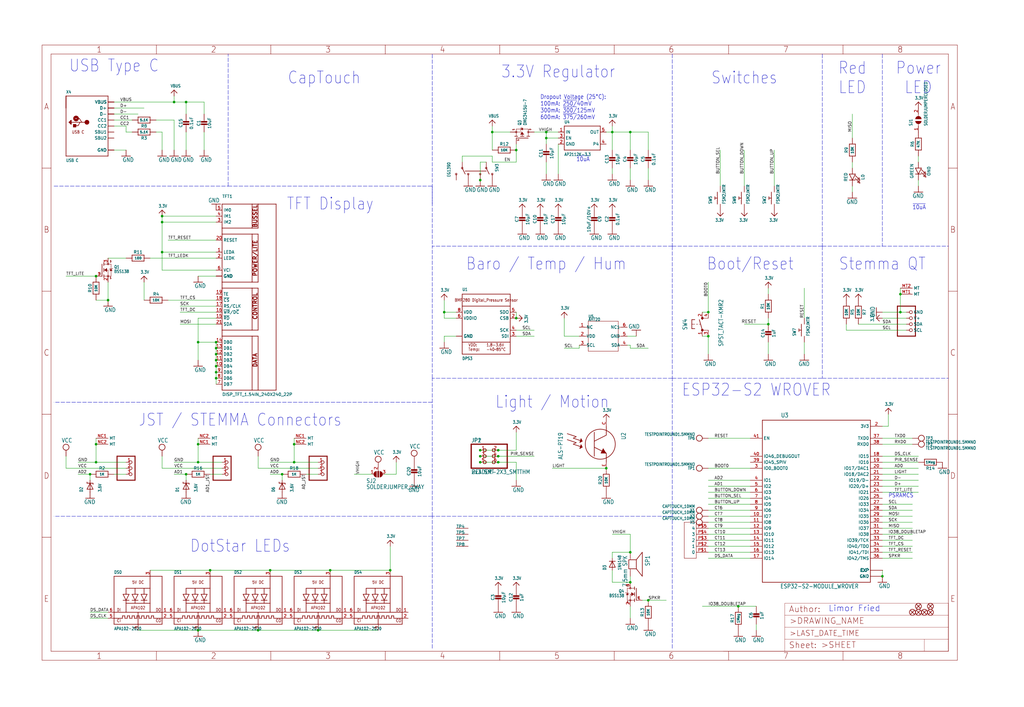
<source format=kicad_sch>
(kicad_sch (version 20211123) (generator eeschema)
  (paper "User" 433.299 299.161)
  (junction (at 45.72 127))
  (junction (at 40.64 187.96))
  (junction (at 312.42 256.54))
  (junction (at 208.28 55.88))
  (junction (at 91.44 160.02))
  (junction (at 139.7 241.3))
  (junction (at 266.7 233.68))
  (junction (at 91.44 149.86))
  (junction (at 68.58 106.68))
  (junction (at 210.82 195.58))
  (junction (at 381 132.08))
  (junction (at 381 124.46))
  (junction (at 109.22 266.7))
  (junction (at 231.14 55.88))
  (junction (at 114.3 241.3))
  (junction (at 165.1 241.3))
  (junction (at 266.7 55.88))
  (junction (at 119.38 200.66))
  (junction (at 83.82 195.58))
  (junction (at 124.46 187.96))
  (junction (at 91.44 152.4))
  (junction (at 73.66 43.18))
  (junction (at 40.64 195.58))
  (junction (at 325.12 137.16))
  (junction (at 83.82 187.96))
  (junction (at 68.58 91.44))
  (junction (at 231.14 58.42))
  (junction (at 203.2 76.2))
  (junction (at 124.46 195.58))
  (junction (at 299.72 142.24))
  (junction (at 83.82 266.7))
  (junction (at 91.44 154.94))
  (junction (at 210.82 190.5))
  (junction (at 218.44 63.5))
  (junction (at 256.54 198.12))
  (junction (at 203.2 190.5))
  (junction (at 203.2 195.58))
  (junction (at 91.44 147.32))
  (junction (at 187.96 132.08))
  (junction (at 83.82 144.78))
  (junction (at 266.7 246.38))
  (junction (at 91.44 157.48))
  (junction (at 299.72 132.08))
  (junction (at 218.44 134.62))
  (junction (at 274.32 254))
  (junction (at 68.58 93.98))
  (junction (at 88.9 241.3))
  (junction (at 78.74 43.18))
  (junction (at 134.62 266.7))
  (junction (at 259.08 55.88))
  (junction (at 210.82 193.04))
  (junction (at 38.1 200.66))
  (junction (at 203.2 193.04))
  (junction (at 373.38 243.84))
  (junction (at 40.64 116.84))
  (junction (at 78.74 200.66))
  (junction (at 91.44 144.78))
  (wire (pts (xy 317.5 236.22) (xy 299.72 236.22)))
  (wire (pts (xy 68.58 93.98) (xy 68.58 106.68)))
  (wire (pts (xy 299.72 210.82) (xy 317.5 210.82)))
  (wire (pts (xy 68.58 198.12) (xy 68.58 193.04)))
  (wire (pts (xy 373.38 203.2) (xy 388.62 203.2)))
  (wire (pts (xy 238.76 134.62) (xy 238.76 142.24)))
  (wire (pts (xy 373.38 134.62) (xy 383.54 134.62)))
  (polyline (pts (xy 182.88 218.44) (xy 182.88 160.02)))
  (wire (pts (xy 91.44 157.48) (xy 91.44 160.02)))
  (wire (pts (xy 231.14 60.96) (xy 231.14 58.42)))
  (wire (pts (xy 297.18 142.24) (xy 299.72 142.24)))
  (wire (pts (xy 297.18 132.08) (xy 299.72 132.08)))
  (wire (pts (xy 317.5 218.44) (xy 299.72 218.44)))
  (wire (pts (xy 134.62 195.58) (xy 124.46 195.58)))
  (wire (pts (xy 317.5 205.74) (xy 299.72 205.74)))
  (wire (pts (xy 48.26 43.18) (xy 73.66 43.18)))
  (wire (pts (xy 45.72 259.08) (xy 38.1 259.08)))
  (wire (pts (xy 274.32 71.12) (xy 274.32 76.2)))
  (wire (pts (xy 317.5 233.68) (xy 299.72 233.68)))
  (wire (pts (xy 360.68 68.58) (xy 360.68 71.12)))
  (wire (pts (xy 218.44 139.7) (xy 226.06 139.7)))
  (wire (pts (xy 266.7 233.68) (xy 259.08 233.68)))
  (wire (pts (xy 373.38 220.98) (xy 386.08 220.98)))
  (wire (pts (xy 210.82 195.58) (xy 218.44 195.58)))
  (wire (pts (xy 259.08 233.68) (xy 259.08 236.22)))
  (wire (pts (xy 91.44 127) (xy 71.12 127)))
  (wire (pts (xy 226.06 142.24) (xy 218.44 142.24)))
  (wire (pts (xy 119.38 203.2) (xy 119.38 200.66)))
  (wire (pts (xy 317.5 203.2) (xy 299.72 203.2)))
  (wire (pts (xy 274.32 55.88) (xy 274.32 63.5)))
  (wire (pts (xy 91.44 147.32) (xy 91.44 149.86)))
  (wire (pts (xy 124.46 185.42) (xy 124.46 187.96)))
  (wire (pts (xy 53.34 63.5) (xy 48.26 63.5)))
  (wire (pts (xy 193.04 134.62) (xy 187.96 134.62)))
  (wire (pts (xy 360.68 48.26) (xy 360.68 58.42)))
  (wire (pts (xy 259.08 55.88) (xy 259.08 53.34)))
  (wire (pts (xy 91.44 101.6) (xy 71.12 101.6)))
  (wire (pts (xy 256.54 198.12) (xy 233.68 198.12)))
  (wire (pts (xy 91.44 144.78) (xy 91.44 147.32)))
  (wire (pts (xy 314.96 63.5) (xy 314.96 78.74)))
  (wire (pts (xy 63.5 241.3) (xy 88.9 241.3)))
  (wire (pts (xy 373.38 226.06) (xy 386.08 226.06)))
  (wire (pts (xy 218.44 60.96) (xy 218.44 63.5)))
  (wire (pts (xy 40.64 116.84) (xy 27.94 116.84)))
  (wire (pts (xy 210.82 190.5) (xy 218.44 190.5)))
  (polyline (pts (xy 96.52 78.74) (xy 96.52 22.86)))
  (wire (pts (xy 40.64 185.42) (xy 40.64 187.96)))
  (wire (pts (xy 236.22 60.96) (xy 236.22 73.66)))
  (wire (pts (xy 274.32 254) (xy 281.94 254)))
  (wire (pts (xy 381 124.46) (xy 381 132.08)))
  (wire (pts (xy 40.64 195.58) (xy 33.02 195.58)))
  (wire (pts (xy 360.68 81.28) (xy 360.68 78.74)))
  (polyline (pts (xy 373.38 22.86) (xy 373.38 104.14)))
  (wire (pts (xy 373.38 228.6) (xy 386.08 228.6)))
  (wire (pts (xy 236.22 58.42) (xy 231.14 58.42)))
  (wire (pts (xy 358.14 139.7) (xy 358.14 137.16)))
  (wire (pts (xy 68.58 106.68) (xy 68.58 114.3)))
  (polyline (pts (xy 284.48 104.14) (xy 347.98 104.14)))
  (wire (pts (xy 208.28 53.34) (xy 208.28 55.88)))
  (wire (pts (xy 203.2 190.5) (xy 210.82 190.5)))
  (wire (pts (xy 208.28 68.58) (xy 218.44 68.58)))
  (wire (pts (xy 373.38 208.28) (xy 388.62 208.28)))
  (wire (pts (xy 27.94 198.12) (xy 27.94 193.04)))
  (wire (pts (xy 86.36 48.26) (xy 86.36 43.18)))
  (wire (pts (xy 78.74 43.18) (xy 78.74 48.26)))
  (wire (pts (xy 91.44 116.84) (xy 83.82 116.84)))
  (wire (pts (xy 91.44 93.98) (xy 68.58 93.98)))
  (wire (pts (xy 203.2 68.58) (xy 203.2 76.2)))
  (wire (pts (xy 60.96 127) (xy 60.96 119.38)))
  (wire (pts (xy 373.38 241.3) (xy 373.38 243.84)))
  (polyline (pts (xy 284.48 218.44) (xy 182.88 218.44)))
  (wire (pts (xy 83.82 195.58) (xy 73.66 195.58)))
  (wire (pts (xy 373.38 193.04) (xy 388.62 193.04)))
  (wire (pts (xy 218.44 195.58) (xy 218.44 203.2)))
  (wire (pts (xy 114.3 241.3) (xy 139.7 241.3)))
  (wire (pts (xy 231.14 58.42) (xy 231.14 55.88)))
  (wire (pts (xy 208.28 66.04) (xy 208.28 68.58)))
  (wire (pts (xy 68.58 91.44) (xy 68.58 93.98)))
  (wire (pts (xy 91.44 91.44) (xy 68.58 91.44)))
  (wire (pts (xy 53.34 53.34) (xy 53.34 55.88)))
  (wire (pts (xy 187.96 142.24) (xy 187.96 144.78)))
  (wire (pts (xy 40.64 187.96) (xy 40.64 195.58)))
  (wire (pts (xy 340.36 121.92) (xy 340.36 134.62)))
  (wire (pts (xy 386.08 236.22) (xy 373.38 236.22)))
  (wire (pts (xy 83.82 187.96) (xy 83.82 195.58)))
  (wire (pts (xy 193.04 142.24) (xy 187.96 142.24)))
  (wire (pts (xy 83.82 144.78) (xy 83.82 152.4)))
  (wire (pts (xy 48.26 53.34) (xy 53.34 53.34)))
  (wire (pts (xy 48.26 45.72) (xy 60.96 45.72)))
  (wire (pts (xy 340.36 144.78) (xy 340.36 149.86)))
  (polyline (pts (xy 182.88 160.02) (xy 182.88 104.14)))
  (wire (pts (xy 375.92 180.34) (xy 375.92 175.26)))
  (wire (pts (xy 373.38 205.74) (xy 388.62 205.74)))
  (wire (pts (xy 299.72 223.52) (xy 317.5 223.52)))
  (wire (pts (xy 381 132.08) (xy 373.38 132.08)))
  (wire (pts (xy 91.44 149.86) (xy 91.44 152.4)))
  (wire (pts (xy 109.22 198.12) (xy 109.22 193.04)))
  (wire (pts (xy 38.1 200.66) (xy 33.02 200.66)))
  (polyline (pts (xy 182.88 218.44) (xy 22.86 218.44)))
  (polyline (pts (xy 373.38 104.14) (xy 401.32 104.14)))
  (wire (pts (xy 53.34 200.66) (xy 48.26 200.66)))
  (wire (pts (xy 162.56 200.66) (xy 167.64 200.66)))
  (wire (pts (xy 231.14 68.58) (xy 231.14 73.66)))
  (wire (pts (xy 271.78 254) (xy 274.32 254)))
  (wire (pts (xy 383.54 139.7) (xy 358.14 139.7)))
  (wire (pts (xy 208.28 63.5) (xy 208.28 55.88)))
  (wire (pts (xy 215.9 55.88) (xy 208.28 55.88)))
  (wire (pts (xy 265.43 146.05) (xy 266.7 146.05)))
  (wire (pts (xy 187.96 134.62) (xy 187.96 132.08)))
  (wire (pts (xy 124.46 187.96) (xy 124.46 195.58)))
  (polyline (pts (xy 347.98 104.14) (xy 347.98 160.02)))
  (wire (pts (xy 91.44 152.4) (xy 91.44 154.94)))
  (wire (pts (xy 66.04 50.8) (xy 73.66 50.8)))
  (polyline (pts (xy 96.52 78.74) (xy 182.88 78.74)))
  (polyline (pts (xy 284.48 22.86) (xy 284.48 104.14)))
  (wire (pts (xy 86.36 43.18) (xy 78.74 43.18)))
  (wire (pts (xy 265.43 142.24) (xy 269.24 142.24)))
  (polyline (pts (xy 284.48 160.02) (xy 182.88 160.02)))
  (wire (pts (xy 266.7 55.88) (xy 266.7 63.5)))
  (wire (pts (xy 266.7 55.88) (xy 274.32 55.88)))
  (wire (pts (xy 53.34 195.58) (xy 40.64 195.58)))
  (polyline (pts (xy 347.98 22.86) (xy 347.98 104.14)))
  (wire (pts (xy 109.22 198.12) (xy 134.62 198.12)))
  (wire (pts (xy 78.74 43.18) (xy 73.66 43.18)))
  (polyline (pts (xy 182.88 274.32) (xy 182.88 218.44)))
  (polyline (pts (xy 347.98 160.02) (xy 401.32 160.02)))
  (wire (pts (xy 218.44 132.08) (xy 218.44 134.62)))
  (wire (pts (xy 266.7 233.68) (xy 266.7 226.06)))
  (wire (pts (xy 91.44 114.3) (xy 68.58 114.3)))
  (wire (pts (xy 325.12 134.62) (xy 325.12 137.16)))
  (wire (pts (xy 317.5 215.9) (xy 299.72 215.9)))
  (wire (pts (xy 91.44 109.22) (xy 63.5 109.22)))
  (wire (pts (xy 259.08 55.88) (xy 266.7 55.88)))
  (wire (pts (xy 312.42 256.54) (xy 297.18 256.54)))
  (wire (pts (xy 91.44 137.16) (xy 76.2 137.16)))
  (wire (pts (xy 91.44 144.78) (xy 83.82 144.78)))
  (wire (pts (xy 386.08 213.36) (xy 373.38 213.36)))
  (wire (pts (xy 320.04 266.7) (xy 320.04 264.16)))
  (wire (pts (xy 68.58 198.12) (xy 93.98 198.12)))
  (wire (pts (xy 259.08 71.12) (xy 259.08 73.66)))
  (wire (pts (xy 266.7 71.12) (xy 266.7 76.2)))
  (wire (pts (xy 236.22 55.88) (xy 231.14 55.88)))
  (wire (pts (xy 83.82 134.62) (xy 83.82 144.78)))
  (wire (pts (xy 88.9 241.3) (xy 114.3 241.3)))
  (wire (pts (xy 109.22 266.7) (xy 134.62 266.7)))
  (wire (pts (xy 373.38 198.12) (xy 388.62 198.12)))
  (wire (pts (xy 373.38 195.58) (xy 388.62 195.58)))
  (wire (pts (xy 245.11 146.05) (xy 245.11 147.32)))
  (wire (pts (xy 91.44 154.94) (xy 91.44 157.48)))
  (wire (pts (xy 53.34 55.88) (xy 55.88 55.88)))
  (wire (pts (xy 266.7 246.38) (xy 259.08 246.38)))
  (wire (pts (xy 325.12 144.78) (xy 325.12 149.86)))
  (wire (pts (xy 167.64 200.66) (xy 167.64 195.58)))
  (wire (pts (xy 195.58 66.04) (xy 208.28 66.04)))
  (wire (pts (xy 91.44 160.02) (xy 91.44 162.56)))
  (wire (pts (xy 388.62 68.58) (xy 388.62 66.04)))
  (wire (pts (xy 266.7 146.05) (xy 266.7 147.32)))
  (wire (pts (xy 73.66 40.64) (xy 73.66 43.18)))
  (polyline (pts (xy 22.86 78.74) (xy 96.52 78.74)))
  (wire (pts (xy 78.74 200.66) (xy 73.66 200.66)))
  (polyline (pts (xy 284.48 160.02) (xy 347.98 160.02)))
  (wire (pts (xy 165.1 241.3) (xy 165.1 231.14)))
  (wire (pts (xy 91.44 129.54) (xy 76.2 129.54)))
  (wire (pts (xy 53.34 109.22) (xy 45.72 109.22)))
  (wire (pts (xy 86.36 55.88) (xy 86.36 63.5)))
  (wire (pts (xy 266.7 147.32) (xy 274.32 147.32)))
  (polyline (pts (xy 284.48 104.14) (xy 182.88 104.14)))
  (wire (pts (xy 381 132.08) (xy 383.54 132.08)))
  (wire (pts (xy 91.44 132.08) (xy 76.2 132.08)))
  (wire (pts (xy 27.94 198.12) (xy 53.34 198.12)))
  (wire (pts (xy 317.5 208.28) (xy 299.72 208.28)))
  (wire (pts (xy 317.5 213.36) (xy 299.72 213.36)))
  (wire (pts (xy 68.58 106.68) (xy 91.44 106.68)))
  (wire (pts (xy 73.66 50.8) (xy 73.66 63.5)))
  (wire (pts (xy 68.58 55.88) (xy 68.58 63.5)))
  (wire (pts (xy 314.96 137.16) (xy 325.12 137.16)))
  (wire (pts (xy 48.26 50.8) (xy 55.88 50.8)))
  (wire (pts (xy 373.38 215.9) (xy 386.08 215.9)))
  (wire (pts (xy 373.38 233.68) (xy 386.08 233.68)))
  (wire (pts (xy 373.38 223.52) (xy 386.08 223.52)))
  (wire (pts (xy 203.2 195.58) (xy 210.82 195.58)))
  (wire (pts (xy 93.98 200.66) (xy 88.9 200.66)))
  (wire (pts (xy 373.38 200.66) (xy 388.62 200.66)))
  (wire (pts (xy 78.74 203.2) (xy 78.74 200.66)))
  (wire (pts (xy 383.54 137.16) (xy 363.22 137.16)))
  (wire (pts (xy 48.26 48.26) (xy 58.42 48.26)))
  (polyline (pts (xy 284.48 274.32) (xy 284.48 218.44)))
  (wire (pts (xy 299.72 228.6) (xy 317.5 228.6)))
  (wire (pts (xy 317.5 226.06) (xy 299.72 226.06)))
  (wire (pts (xy 304.8 78.74) (xy 304.8 63.5)))
  (polyline (pts (xy 182.88 78.74) (xy 182.88 104.14)))
  (wire (pts (xy 40.64 127) (xy 45.72 127)))
  (wire (pts (xy 256.54 55.88) (xy 259.08 55.88)))
  (wire (pts (xy 388.62 76.2) (xy 388.62 78.74)))
  (wire (pts (xy 157.48 200.66) (xy 149.86 200.66)))
  (wire (pts (xy 299.72 119.38) (xy 299.72 132.08)))
  (wire (pts (xy 317.5 185.42) (xy 299.72 185.42)))
  (wire (pts (xy 299.72 220.98) (xy 317.5 220.98)))
  (wire (pts (xy 317.5 231.14) (xy 299.72 231.14)))
  (wire (pts (xy 91.44 134.62) (xy 83.82 134.62)))
  (wire (pts (xy 83.82 266.7) (xy 109.22 266.7)))
  (polyline (pts (xy 182.88 170.18) (xy 22.86 170.18)))
  (wire (pts (xy 373.38 185.42) (xy 386.08 185.42)))
  (wire (pts (xy 325.12 121.92) (xy 325.12 124.46)))
  (wire (pts (xy 320.04 256.54) (xy 312.42 256.54)))
  (wire (pts (xy 187.96 132.08) (xy 187.96 127)))
  (wire (pts (xy 266.7 256.54) (xy 266.7 261.62)))
  (wire (pts (xy 45.72 127) (xy 45.72 119.38)))
  (wire (pts (xy 134.62 266.7) (xy 160.02 266.7)))
  (polyline (pts (xy 284.48 218.44) (xy 284.48 160.02)))
  (wire (pts (xy 195.58 66.04) (xy 195.58 68.58)))
  (wire (pts (xy 58.42 266.7) (xy 83.82 266.7)))
  (wire (pts (xy 139.7 241.3) (xy 165.1 241.3)))
  (wire (pts (xy 134.62 200.66) (xy 129.54 200.66)))
  (wire (pts (xy 205.74 68.58) (xy 203.2 68.58)))
  (wire (pts (xy 83.82 185.42) (xy 83.82 187.96)))
  (wire (pts (xy 381 121.92) (xy 381 124.46)))
  (polyline (pts (xy 347.98 104.14) (xy 373.38 104.14)))
  (wire (pts (xy 259.08 63.5) (xy 259.08 55.88)))
  (polyline (pts (xy 284.48 104.14) (xy 284.48 160.02)))
  (wire (pts (xy 218.44 68.58) (xy 218.44 63.5)))
  (wire (pts (xy 203.2 193.04) (xy 210.82 193.04)))
  (wire (pts (xy 299.72 142.24) (xy 299.72 149.86)))
  (wire (pts (xy 226.06 55.88) (xy 231.14 55.88)))
  (wire (pts (xy 38.1 261.62) (xy 45.72 261.62)))
  (wire (pts (xy 386.08 231.14) (xy 373.38 231.14)))
  (wire (pts (xy 218.44 190.5) (xy 218.44 182.88)))
  (wire (pts (xy 266.7 226.06) (xy 259.08 226.06)))
  (wire (pts (xy 210.82 193.04) (xy 226.06 193.04)))
  (wire (pts (xy 259.08 246.38) (xy 259.08 241.3)))
  (wire (pts (xy 187.96 132.08) (xy 193.04 132.08)))
  (wire (pts (xy 78.74 63.5) (xy 78.74 55.88)))
  (wire (pts (xy 373.38 218.44) (xy 386.08 218.44)))
  (wire (pts (xy 373.38 180.34) (xy 375.92 180.34)))
  (wire (pts (xy 327.66 63.5) (xy 327.66 78.74)))
  (wire (pts (xy 266.7 243.84) (xy 266.7 246.38)))
  (wire (pts (xy 373.38 187.96) (xy 386.08 187.96)))
  (wire (pts (xy 245.11 147.32) (xy 238.76 147.32)))
  (wire (pts (xy 93.98 195.58) (xy 83.82 195.58)))
  (wire (pts (xy 38.1 203.2) (xy 38.1 200.66)))
  (wire (pts (xy 66.04 55.88) (xy 68.58 55.88)))
  (wire (pts (xy 124.46 195.58) (xy 114.3 195.58)))
  (polyline (pts (xy 182.88 86.36) (xy 182.88 22.86)))
  (wire (pts (xy 119.38 200.66) (xy 114.3 200.66)))
  (wire (pts (xy 317.5 198.12) (xy 299.72 198.12)))
  (wire (pts (xy 238.76 142.24) (xy 245.11 142.24)))
  (text "DotStar LEDs" (at 101.6 231.14 180) (effects (font (size 5.08 4.318))))
  (text "JST / STEMMA Connectors" (at 101.6 177.8 180) (effects (font (size 5.08 4.318))))
  (text "CapTouch" (at 137.16 33.02 180) (effects (font (size 5.08 4.318))))
  (text "Limor Fried" (at 350.52 259.08 180) (effects (font (size 2.54 2.54)) (justify left bottom)))
  (text "3.3V Regulator" (at 236.22 30.48 180) (effects (font (size 5.08 4.318))))
  (text "TFT Display" (at 139.7 86.36 180) (effects (font (size 5.08 4.318))))
  (text "Light / Motion" (at 233.68 170.18 180) (effects (font (size 5.08 4.318))))
  (text "Power\nLED" (at 388.62 33.02 180) (effects (font (size 5.08 4.318))))
  (text "~{10uA}" (at 243.84 68.58 180) (effects (font (size 1.778 1.5113)) (justify left bottom)))
  (text "USB Type C" (at 48.26 27.94 180) (effects (font (size 5.08 4.318))))
  (text "Red\nLED" (at 360.68 33.02 180) (effects (font (size 5.08 4.318))))
  (text "Baro / Temp / Hum" (at 231.14 111.76 180) (effects (font (size 5.08 4.318))))
  (text "ESP32-S2 WROVER" (at 320.04 165.1 180) (effects (font (size 5.08 4.318))))
  (text "~{10uA}" (at 386.08 88.9 180) (effects (font (size 1.778 1.5113)) (justify left bottom)))
  (text "Stemma QT" (at 373.38 111.76 180) (effects (font (size 5.08 4.318))))
  (text "Dropout Voltage (25°C):\n100mA: ~{250/}40mV\n300mA: ~{300/}125mV\n600mA: ~{375/}260mV" (at 228.6 50.8 0) (effects (font (size 1.778 1.5113)) (justify left bottom)))
  (text "Boot/Reset" (at 317.5 111.76 180) (effects (font (size 5.08 4.318))))
  (text "Switches" (at 314.96 33.02 180) (effects (font (size 5.08 4.318))))
  (text "PSRAMCS" (at 375.92 210.82 180) (effects (font (size 1.778 1.5113)) (justify left bottom)))
  (label "D+" (at 378.46 205.74 0) (effects (font (size 1.2446 1.2446))))
  (label "IO38_DOUBLETAP" (at 375.92 226.06 0) (effects (font (size 1.2446 1.2446))))
  (label "SCL" (at 238.76 147.32 0) (effects (font (size 1.2446 1.2446))))
  (label "CT7" (at 302.26 218.44 0) (effects (font (size 1.2446 1.2446))))
  (label "TFT_RESET" (at 375.92 233.68 0) (effects (font (size 1.2446 1.2446))))
  (label "SCL" (at 220.98 139.7 0) (effects (font (size 1.2446 1.2446))))
  (label "AD2" (at 302.26 203.2 0) (effects (font (size 1.2446 1.2446))))
  (label "MOSI" (at 375.92 218.44 0) (effects (font (size 1.2446 1.2446))))
  (label "RESET" (at 302.26 185.42 0) (effects (font (size 1.2446 1.2446))))
  (label "VHIGH" (at 233.68 55.88 180) (effects (font (size 1.2446 1.2446))))
  (label "BOOT0" (at 299.72 119.38 270) (effects (font (size 1.2446 1.2446))))
  (label "SDA" (at 375.92 215.9 0) (effects (font (size 1.2446 1.2446))))
  (label "SDA" (at 373.38 137.16 0) (effects (font (size 1.2446 1.2446))))
  (label "VCC" (at 73.66 198.12 0) (effects (font (size 1.2446 1.2446))))
  (label "PIR_SENSE" (at 378.46 195.58 0) (effects (font (size 1.2446 1.2446))))
  (label "RESET" (at 320.04 137.16 180) (effects (font (size 1.3513 1.3513))))
  (label "TFT_CS" (at 76.2 127 0) (effects (font (size 1.2446 1.2446))))
  (label "TFT_DC" (at 76.2 132.08 0) (effects (font (size 1.2446 1.2446))))
  (label "CT8" (at 302.26 220.98 0) (effects (font (size 1.2446 1.2446))))
  (label "SPKR" (at 274.32 254 0) (effects (font (size 1.2446 1.2446))))
  (label "D-" (at 50.8 48.26 0) (effects (font (size 1.2446 1.2446))))
  (label "RXD0" (at 378.46 187.96 0) (effects (font (size 1.2446 1.2446))))
  (label "CT13" (at 302.26 233.68 0) (effects (font (size 1.2446 1.2446))))
  (label "EN" (at 213.36 68.58 0) (effects (font (size 1.2446 1.2446))))
  (label "AD2" (at 33.02 200.66 0) (effects (font (size 1.2446 1.2446))))
  (label "D-" (at 378.46 203.2 0) (effects (font (size 1.2446 1.2446))))
  (label "TFT_CS" (at 375.92 231.14 0) (effects (font (size 1.2446 1.2446))))
  (label "SDA" (at 220.98 142.24 0) (effects (font (size 1.2446 1.2446))))
  (label "CT6" (at 302.26 215.9 0) (effects (font (size 1.2446 1.2446))))
  (label "SCL" (at 375.92 213.36 0) (effects (font (size 1.2446 1.2446))))
  (label "TFT_LEDK" (at 71.12 109.22 0) (effects (font (size 1.2446 1.2446))))
  (label "TFT_LITE" (at 378.46 208.28 0) (effects (font (size 1.2446 1.2446))))
  (label "CC2" (at 50.8 53.34 0) (effects (font (size 1.2446 1.2446))))
  (label "GND" (at 114.3 195.58 0) (effects (font (size 1.2446 1.2446))))
  (label "D+" (at 50.8 45.72 0) (effects (font (size 1.2446 1.2446))))
  (label "DS_DATA" (at 302.26 236.22 0) (effects (font (size 1.2446 1.2446))))
  (label "LIGHT" (at 233.68 198.12 0) (effects (font (size 1.2446 1.2446))))
  (label "AD1" (at 302.26 205.74 0) (effects (font (size 1.2446 1.2446))))
  (label "BUTTON_UP" (at 327.66 73.66 90) (effects (font (size 1.2446 1.2446))))
  (label "AD1_JST" (at 88.9 200.66 270) (effects (font (size 1.2446 1.2446))))
  (label "GND" (at 33.02 195.58 0) (effects (font (size 1.2446 1.2446))))
  (label "CT12" (at 302.26 231.14 0) (effects (font (size 1.2446 1.2446))))
  (label "MISO" (at 360.68 55.88 90) (effects (font (size 1.2446 1.2446))))
  (label "SCL" (at 373.38 139.7 0) (effects (font (size 1.2446 1.2446))))
  (label "TFT_DC" (at 375.92 228.6 0) (effects (font (size 1.2446 1.2446))))
  (label "CT10" (at 302.26 226.06 0) (effects (font (size 1.2446 1.2446))))
  (label "CT9" (at 302.26 223.52 0) (effects (font (size 1.2446 1.2446))))
  (label "AD1" (at 73.66 200.66 0) (effects (font (size 1.2446 1.2446))))
  (label "LIGHT" (at 378.46 200.66 0) (effects (font (size 1.2446 1.2446))))
  (label "VCC" (at 33.02 198.12 0) (effects (font (size 1.2446 1.2446))))
  (label "MISO" (at 375.92 223.52 0) (effects (font (size 1.2446 1.2446))))
  (label "SCK" (at 375.92 220.98 0) (effects (font (size 1.2446 1.2446))))
  (label "DS_DATA" (at 38.1 259.08 0) (effects (font (size 1.2446 1.2446))))
  (label "BOOT0" (at 302.26 198.12 0) (effects (font (size 1.2446 1.2446))))
  (label "AD0" (at 378.46 198.12 0) (effects (font (size 1.2446 1.2446))))
  (label "BUTTON_SEL" (at 302.26 210.82 0) (effects (font (size 1.2446 1.2446))))
  (label "AD0" (at 114.3 200.66 0) (effects (font (size 1.2446 1.2446))))
  (label "CC1" (at 50.8 50.8 0) (effects (font (size 1.2446 1.2446))))
  (label "MOSI" (at 76.2 137.16 0) (effects (font (size 1.2446 1.2446))))
  (label "BUTTON_DOWN" (at 302.26 208.28 0) (effects (font (size 1.2446 1.2446))))
  (label "RESET" (at 340.36 134.62 90) (effects (font (size 1.2446 1.2446))))
  (label "SPKR" (at 375.92 236.22 0) (effects (font (size 1.2446 1.2446))))
  (label "DS_CLK" (at 38.1 261.62 0) (effects (font (size 1.2446 1.2446))))
  (label "TFT_LITE" (at 27.94 116.84 0) (effects (font (size 1.2446 1.2446))))
  (label "TFT_RESET" (at 71.12 101.6 0) (effects (font (size 1.2446 1.2446))))
  (label "GND" (at 73.66 195.58 0) (effects (font (size 1.2446 1.2446))))
  (label "DS_CLK" (at 378.46 193.04 0) (effects (font (size 1.2446 1.2446))))
  (label "IO38_DOUBLETAP" (at 299.72 256.54 0) (effects (font (size 1.2446 1.2446))))
  (label "VHIGH" (at 152.4 200.66 90) (effects (font (size 1.2446 1.2446))))
  (label "VHIGH" (at 259.08 226.06 0) (effects (font (size 1.2446 1.2446))))
  (label "CT11" (at 302.26 228.6 0) (effects (font (size 1.2446 1.2446))))
  (label "SDA" (at 269.24 147.32 0) (effects (font (size 1.2446 1.2446))))
  (label "BUTTON_SEL" (at 304.8 73.66 90) (effects (font (size 1.2446 1.2446))))
  (label "TXD0" (at 378.46 185.42 0) (effects (font (size 1.2446 1.2446))))
  (label "VCC" (at 114.3 198.12 0) (effects (font (size 1.2446 1.2446))))
  (label "VBUS" (at 50.8 43.18 0) (effects (font (size 1.2446 1.2446))))
  (label "PIR_SENSE" (at 215.9 193.04 0) (effects (font (size 1.2446 1.2446))))
  (label "BUTTON_DOWN" (at 314.96 73.66 90) (effects (font (size 1.2446 1.2446))))
  (label "A0_JST" (at 129.54 200.66 270) (effects (font (size 1.2446 1.2446))))
  (label "BUTTON_UP" (at 302.26 213.36 0) (effects (font (size 1.2446 1.2446))))
  (label "SCK" (at 76.2 129.54 0) (effects (font (size 1.2446 1.2446))))
  (symbol (lib_id "schematicEagle-eagle-import:VBUS") (at 208.28 50.8 0) (unit 1)
    (property "Reference" "#U$57" (effects hide))
    (property "Value" "VBUS" (at 206.756 49.784 0) (effects (font (size 1.27 1.0795)) (justify left bottom)))
    (property "Footprint" "schematicEagle:" (effects hide))
  )
  (symbol (lib_id "schematicEagle-eagle-import:CON_JST_PH_3PIN") (at 124.46 187.96 0) (unit 3)
    (property "Reference" "SENSE1" (effects hide))
    (property "Value" "JST PH 3" (effects hide))
    (property "Footprint" "schematicEagle:JSTPH3" (effects hide))
  )
  (symbol (lib_id "schematicEagle-eagle-import:CON_JST_PH_3PIN") (at 83.82 187.96 0) (unit 2)
    (property "Reference" "SENSE0" (effects hide))
    (property "Value" "JST PH 3" (effects hide))
    (property "Footprint" "schematicEagle:JSTPH3" (effects hide))
  )
  (symbol (lib_id "schematicEagle-eagle-import:VCC") (at 68.58 190.5 0) (unit 1)
    (property "Reference" "#SUPPLY1" (effects hide))
    (property "Value" "VCC" (at 66.675 187.325 0) (effects (font (size 1.778 1.5113)) (justify left bottom)))
    (property "Footprint" "schematicEagle:" (effects hide))
  )
  (symbol (lib_id "schematicEagle-eagle-import:GND") (at 218.44 259.08 0) (unit 1)
    (property "Reference" "#U$10" (effects hide))
    (property "Value" "GND" (at 216.916 261.62 0) (effects (font (size 1.778 1.5113)) (justify left bottom)))
    (property "Footprint" "schematicEagle:" (effects hide))
  )
  (symbol (lib_id "schematicEagle-eagle-import:BMP280_COMBO") (at 205.74 137.16 0) (unit 1)
    (property "Reference" "U1" (at 195.58 123.19 0) (effects (font (size 1.27 1.0795)) (justify left bottom)))
    (property "Value" "DPS3" (at 195.58 152.4 0) (effects (font (size 1.27 1.0795)) (justify left bottom)))
    (property "Footprint" "schematicEagle:BMX280_COMBO" (effects hide))
  )
  (symbol (lib_id "schematicEagle-eagle-import:FIDUCIAL_1MM") (at 391.16 259.08 0) (unit 1)
    (property "Reference" "FID3" (effects hide))
    (property "Value" "FIDUCIAL_1MM" (effects hide))
    (property "Footprint" "schematicEagle:FIDUCIAL_1MM" (effects hide))
  )
  (symbol (lib_id "schematicEagle-eagle-import:TESTPOINTROUND1.5MMNO") (at 299.72 198.12 90) (unit 1)
    (property "Reference" "TP1" (at 294.132 198.12 90) (effects (font (size 1.27 1.0795)) (justify left)))
    (property "Value" "TESTPOINTROUND1.5MMNO" (at 294.132 196.469 90) (effects (font (size 1.27 1.0795)) (justify left)))
    (property "Footprint" "schematicEagle:TESTPOINT_ROUND_1.5MM_NO" (effects hide))
  )
  (symbol (lib_id "schematicEagle-eagle-import:GND") (at 325.12 152.4 0) (unit 1)
    (property "Reference" "#U$20" (effects hide))
    (property "Value" "GND" (at 323.596 154.94 0) (effects (font (size 1.778 1.5113)) (justify left bottom)))
    (property "Footprint" "schematicEagle:" (effects hide))
  )
  (symbol (lib_id "schematicEagle-eagle-import:VCC") (at 175.26 193.04 0) (unit 1)
    (property "Reference" "#SUPPLY2" (effects hide))
    (property "Value" "VCC" (at 173.355 189.865 0) (effects (font (size 1.778 1.5113)) (justify left bottom)))
    (property "Footprint" "schematicEagle:" (effects hide))
  )
  (symbol (lib_id "schematicEagle-eagle-import:CAP_CERAMIC0805-NOOUTLINE") (at 266.7 68.58 0) (unit 1)
    (property "Reference" "C4" (at 264.41 67.33 90))
    (property "Value" "10µF" (at 269 67.33 90))
    (property "Footprint" "schematicEagle:0805-NO" (effects hide))
  )
  (symbol (lib_id "schematicEagle-eagle-import:SPST_TACT-KMR2") (at 297.18 137.16 0) (unit 1)
    (property "Reference" "SW4" (at 290.83 139.7 90) (effects (font (size 1.778 1.5113)) (justify left bottom)))
    (property "Value" "SPST_TACT-KMR2" (at 306.07 146.685 90) (effects (font (size 1.778 1.5113)) (justify left bottom)))
    (property "Footprint" "schematicEagle:KMR2" (effects hide))
  )
  (symbol (lib_id "schematicEagle-eagle-import:GND") (at 259.08 99.06 0) (unit 1)
    (property "Reference" "#U$22" (effects hide))
    (property "Value" "GND" (at 257.556 101.6 0) (effects (font (size 1.778 1.5113)) (justify left bottom)))
    (property "Footprint" "schematicEagle:" (effects hide))
  )
  (symbol (lib_id "schematicEagle-eagle-import:GND") (at 231.14 76.2 0) (unit 1)
    (property "Reference" "#U$21" (effects hide))
    (property "Value" "GND" (at 229.616 78.74 0) (effects (font (size 1.778 1.5113)) (justify left bottom)))
    (property "Footprint" "schematicEagle:" (effects hide))
  )
  (symbol (lib_id "schematicEagle-eagle-import:A3L-LOC-MOD") (at 17.78 279.4 0) (unit 1)
    (property "Reference" "#FRAME1" (effects hide))
    (property "Value" "A3L-LOC-MOD" (effects hide))
    (property "Footprint" "schematicEagle:" (effects hide))
  )
  (symbol (lib_id "schematicEagle-eagle-import:TESTPOINTROUND1.5MMNO") (at 299.72 185.42 90) (unit 1)
    (property "Reference" "TP6" (at 294.132 185.42 90) (effects (font (size 1.27 1.0795)) (justify left)))
    (property "Value" "TESTPOINTROUND1.5MMNO" (at 294.132 183.769 90) (effects (font (size 1.27 1.0795)) (justify left)))
    (property "Footprint" "schematicEagle:TESTPOINT_ROUND_1.5MM_NO" (effects hide))
  )
  (symbol (lib_id "schematicEagle-eagle-import:CAP_CERAMIC0603_NO") (at 218.44 254 0) (unit 1)
    (property "Reference" "C12" (at 216.15 252.75 90))
    (property "Value" "1uF" (at 220.74 252.75 90))
    (property "Footprint" "schematicEagle:0603-NO" (effects hide))
  )
  (symbol (lib_id "schematicEagle-eagle-import:GND") (at 274.32 266.7 0) (unit 1)
    (property "Reference" "#U$58" (effects hide))
    (property "Value" "GND" (at 272.796 269.24 0) (effects (font (size 1.778 1.5113)) (justify left bottom)))
    (property "Footprint" "schematicEagle:" (effects hide))
  )
  (symbol (lib_id "schematicEagle-eagle-import:GND") (at 236.22 99.06 0) (unit 1)
    (property "Reference" "#U$44" (effects hide))
    (property "Value" "GND" (at 234.696 101.6 0) (effects (font (size 1.778 1.5113)) (justify left bottom)))
    (property "Footprint" "schematicEagle:" (effects hide))
  )
  (symbol (lib_id "schematicEagle-eagle-import:GND") (at 398.78 198.12 0) (unit 1)
    (property "Reference" "#U$14" (effects hide))
    (property "Value" "GND" (at 397.256 200.66 0) (effects (font (size 1.778 1.5113)) (justify left bottom)))
    (property "Footprint" "schematicEagle:" (effects hide))
  )
  (symbol (lib_id "schematicEagle-eagle-import:CON_JST_PH_3PIN") (at 55.88 198.12 0) (unit 1)
    (property "Reference" "SENSE3" (effects hide))
    (property "Value" "JST PH 3" (effects hide))
    (property "Footprint" "schematicEagle:JSTPH3" (effects hide))
  )
  (symbol (lib_id "schematicEagle-eagle-import:SEWTAP_SMTNUTM3") (at 193.04 223.52 0) (unit 1)
    (property "Reference" "TP4" (at 193.04 223.52 0) (effects (justify left bottom)))
    (property "Value" "SEWTAP_SMTNUTM3" (effects hide))
    (property "Footprint" "schematicEagle:SMT_NUT_3MM" (effects hide))
  )
  (symbol (lib_id "schematicEagle-eagle-import:MOSFET-NREFLOW") (at 269.24 251.46 0) (mirror y) (unit 1)
    (property "Reference" "Q4" (at 264.16 250.825 0) (effects (font (size 1.27 1.0795)) (justify left bottom)))
    (property "Value" "BSS138" (at 264.16 252.73 0) (effects (font (size 1.27 1.0795)) (justify left bottom)))
    (property "Footprint" "schematicEagle:SOT23-R" (effects hide))
  )
  (symbol (lib_id "schematicEagle-eagle-import:GND") (at 78.74 210.82 0) (unit 1)
    (property "Reference" "#GND19" (effects hide))
    (property "Value" "GND" (at 76.2 213.36 0) (effects (font (size 1.778 1.5113)) (justify left bottom)))
    (property "Footprint" "schematicEagle:" (effects hide))
  )
  (symbol (lib_id "schematicEagle-eagle-import:3.3V") (at 363.22 124.46 0) (unit 1)
    (property "Reference" "#U$3" (effects hide))
    (property "Value" "3.3V" (at 361.696 123.444 0) (effects (font (size 1.27 1.0795)) (justify left bottom)))
    (property "Footprint" "schematicEagle:" (effects hide))
  )
  (symbol (lib_id "schematicEagle-eagle-import:GND") (at 78.74 66.04 0) (unit 1)
    (property "Reference" "#U$6" (effects hide))
    (property "Value" "GND" (at 77.216 68.58 0) (effects (font (size 1.778 1.5113)) (justify left bottom)))
    (property "Footprint" "schematicEagle:" (effects hide))
  )
  (symbol (lib_id "schematicEagle-eagle-import:3.3V") (at 256.54 175.26 0) (unit 1)
    (property "Reference" "#U$60" (effects hide))
    (property "Value" "3.3V" (at 255.016 174.244 0) (effects (font (size 1.27 1.0795)) (justify left bottom)))
    (property "Footprint" "schematicEagle:" (effects hide))
  )
  (symbol (lib_id "schematicEagle-eagle-import:GND") (at 38.1 210.82 0) (unit 1)
    (property "Reference" "#GND2" (effects hide))
    (property "Value" "GND" (at 35.56 213.36 0) (effects (font (size 1.778 1.5113)) (justify left bottom)))
    (property "Footprint" "schematicEagle:" (effects hide))
  )
  (symbol (lib_id "schematicEagle-eagle-import:3.3V") (at 187.96 124.46 0) (unit 1)
    (property "Reference" "#U$9" (effects hide))
    (property "Value" "3.3V" (at 186.436 123.444 0) (effects (font (size 1.27 1.0795)) (justify left bottom)))
    (property "Footprint" "schematicEagle:" (effects hide))
  )
  (symbol (lib_id "schematicEagle-eagle-import:MOSFET-P") (at 220.98 55.88 90) (unit 1)
    (property "Reference" "Q3" (at 220.599 53.086 0) (effects (font (size 1.27 1.0795)) (justify left bottom)))
    (property "Value" "DMG3415U-7" (at 222.885 53.086 0) (effects (font (size 1.27 1.0795)) (justify left bottom)))
    (property "Footprint" "schematicEagle:SOT23-R" (effects hide))
  )
  (symbol (lib_id "schematicEagle-eagle-import:RESISTOR_0603_NOOUT") (at 60.96 55.88 180) (unit 1)
    (property "Reference" "R3" (at 60.96 58.42 0))
    (property "Value" "5.1K" (at 60.96 55.88 0) (effects (font (size 1.016 1.016) bold)))
    (property "Footprint" "schematicEagle:0603-NO" (effects hide))
  )
  (symbol (lib_id "schematicEagle-eagle-import:CAPTOUCH_5SLIDER_10MM") (at 292.1 228.6 0) (mirror y) (unit 1)
    (property "Reference" "X6" (effects hide))
    (property "Value" "CAPTOUCH_5SLIDER_10MM" (effects hide))
    (property "Footprint" "schematicEagle:CAPTOUCH_5SLIDER" (effects hide))
  )
  (symbol (lib_id "schematicEagle-eagle-import:RESISTOR_0603_NOOUT") (at 43.18 200.66 0) (mirror y) (unit 1)
    (property "Reference" "R2" (at 43.18 198.12 0))
    (property "Value" "1K" (at 43.18 200.66 0) (effects (font (size 1.016 1.016) bold)))
    (property "Footprint" "schematicEagle:0603-NO" (effects hide))
  )
  (symbol (lib_id "schematicEagle-eagle-import:GND") (at 91.44 86.36 180) (unit 1)
    (property "Reference" "#U$27" (effects hide))
    (property "Value" "GND" (at 92.964 83.82 0) (effects (font (size 1.778 1.5113)) (justify left bottom)))
    (property "Footprint" "schematicEagle:" (effects hide))
  )
  (symbol (lib_id "schematicEagle-eagle-import:3.3V") (at 325.12 119.38 0) (unit 1)
    (property "Reference" "#U$24" (effects hide))
    (property "Value" "3.3V" (at 323.596 118.364 0) (effects (font (size 1.27 1.0795)) (justify left bottom)))
    (property "Footprint" "schematicEagle:" (effects hide))
  )
  (symbol (lib_id "schematicEagle-eagle-import:RESISTOR_0603_NOOUT") (at 274.32 259.08 90) (unit 1)
    (property "Reference" "R13" (at 271.78 259.08 0))
    (property "Value" "10K" (at 274.32 259.08 0) (effects (font (size 1.016 1.016) bold)))
    (property "Footprint" "schematicEagle:0603-NO" (effects hide))
  )
  (symbol (lib_id "schematicEagle-eagle-import:HEADER-2X3_SMTTHM") (at 208.28 193.04 0) (unit 1)
    (property "Reference" "JP2" (at 199.39 187.325 0) (effects (font (size 1.778 1.5113)) (justify left bottom)))
    (property "Value" "HEADER-2X3_SMTTHM" (at 199.39 200.66 0) (effects (font (size 1.778 1.5113)) (justify left bottom)))
    (property "Footprint" "schematicEagle:2X03_SMTTHM" (effects hide))
  )
  (symbol (lib_id "schematicEagle-eagle-import:CAP_CERAMIC0603_NO") (at 78.74 53.34 0) (unit 1)
    (property "Reference" "C15" (at 76.45 52.09 90))
    (property "Value" "0.1uF" (at 81.04 52.09 90))
    (property "Footprint" "schematicEagle:0603-NO" (effects hide))
  )
  (symbol (lib_id "schematicEagle-eagle-import:GND") (at 373.38 246.38 0) (unit 1)
    (property "Reference" "#U$37" (effects hide))
    (property "Value" "GND" (at 371.856 248.92 0) (effects (font (size 1.778 1.5113)) (justify left bottom)))
    (property "Footprint" "schematicEagle:" (effects hide))
  )
  (symbol (lib_id "schematicEagle-eagle-import:GND") (at 86.36 66.04 0) (unit 1)
    (property "Reference" "#U$18" (effects hide))
    (property "Value" "GND" (at 84.836 68.58 0) (effects (font (size 1.778 1.5113)) (justify left bottom)))
    (property "Footprint" "schematicEagle:" (effects hide))
  )
  (symbol (lib_id "schematicEagle-eagle-import:3.3V") (at 220.98 134.62 270) (unit 1)
    (property "Reference" "#U$32" (effects hide))
    (property "Value" "3.3V" (at 221.996 133.096 0) (effects (font (size 1.27 1.0795)) (justify left bottom)))
    (property "Footprint" "schematicEagle:" (effects hide))
  )
  (symbol (lib_id "schematicEagle-eagle-import:CAP_CERAMIC0603_NO") (at 325.12 142.24 0) (unit 1)
    (property "Reference" "C14" (at 322.83 140.99 90))
    (property "Value" "1uF" (at 327.42 140.99 90))
    (property "Footprint" "schematicEagle:0603-NO" (effects hide))
  )
  (symbol (lib_id "schematicEagle-eagle-import:SEWTAP_SMTNUTM3") (at 193.04 228.6 0) (unit 1)
    (property "Reference" "TP7" (at 193.04 228.6 0) (effects (justify left bottom)))
    (property "Value" "SEWTAP_SMTNUTM3" (effects hide))
    (property "Footprint" "schematicEagle:SMT_NUT_3MM" (effects hide))
  )
  (symbol (lib_id "schematicEagle-eagle-import:DIODE-ZENERSOD323") (at 119.38 205.74 90) (unit 1)
    (property "Reference" "D6" (at 116.3574 208.28 0) (effects (font (size 1.27 1.0795)) (justify left bottom)))
    (property "Value" "3.6V" (at 124.2314 208.28 0) (effects (font (size 1.27 1.0795)) (justify left bottom)))
    (property "Footprint" "schematicEagle:SOD-323" (effects hide))
  )
  (symbol (lib_id "schematicEagle-eagle-import:GND") (at 210.82 259.08 0) (unit 1)
    (property "Reference" "#U$7" (effects hide))
    (property "Value" "GND" (at 209.296 261.62 0) (effects (font (size 1.778 1.5113)) (justify left bottom)))
    (property "Footprint" "schematicEagle:" (effects hide))
  )
  (symbol (lib_id "schematicEagle-eagle-import:CAP_CERAMIC0805-NOOUTLINE") (at 210.82 254 0) (unit 1)
    (property "Reference" "C3" (at 208.53 252.75 90))
    (property "Value" "10µF" (at 213.12 252.75 90))
    (property "Footprint" "schematicEagle:0805-NO" (effects hide))
  )
  (symbol (lib_id "schematicEagle-eagle-import:CAP_CERAMIC0805_10MGAP") (at 251.46 91.44 180) (unit 1)
    (property "Reference" "C9" (at 253.75 92.69 90))
    (property "Value" "10uF/10V+" (at 249.16 92.69 90))
    (property "Footprint" "schematicEagle:0805_10MGAP" (effects hide))
  )
  (symbol (lib_id "schematicEagle-eagle-import:3.3V") (at 375.92 172.72 0) (unit 1)
    (property "Reference" "#U$33" (effects hide))
    (property "Value" "3.3V" (at 374.396 171.704 0) (effects (font (size 1.27 1.0795)) (justify left bottom)))
    (property "Footprint" "schematicEagle:" (effects hide))
  )
  (symbol (lib_id "schematicEagle-eagle-import:GND") (at 187.96 147.32 0) (unit 1)
    (property "Reference" "#U$28" (effects hide))
    (property "Value" "GND" (at 186.436 149.86 0) (effects (font (size 1.778 1.5113)) (justify left bottom)))
    (property "Footprint" "schematicEagle:" (effects hide))
  )
  (symbol (lib_id "schematicEagle-eagle-import:SWITCH_PUSHBUTTON_3.5X6MM") (at 340.36 139.7 90) (unit 1)
    (property "Reference" "SW7" (at 336.804 142.24 0) (effects (font (size 1.27 1.0795)) (justify left bottom)))
    (property "Value" "FSM2JMTR" (at 342.646 142.24 0) (effects (font (size 1.27 1.0795)) (justify left bottom)))
    (property "Footprint" "schematicEagle:TACTILE_3X6MM" (effects hide))
  )
  (symbol (lib_id "schematicEagle-eagle-import:RESISTOR_0603_NOOUT") (at 360.68 63.5 90) (unit 1)
    (property "Reference" "R9" (at 358.14 63.5 0))
    (property "Value" "10K" (at 360.68 63.5 0) (effects (font (size 1.016 1.016) bold)))
    (property "Footprint" "schematicEagle:0603-NO" (effects hide))
  )
  (symbol (lib_id "schematicEagle-eagle-import:SWITCH_PUSHBUTTON_3.5X6MM") (at 314.96 83.82 90) (unit 1)
    (property "Reference" "SW6" (at 311.404 86.36 0) (effects (font (size 1.27 1.0795)) (justify left bottom)))
    (property "Value" "FSM2JMTR" (at 317.246 86.36 0) (effects (font (size 1.27 1.0795)) (justify left bottom)))
    (property "Footprint" "schematicEagle:TACTILE_3X6MM" (effects hide))
  )
  (symbol (lib_id "schematicEagle-eagle-import:APA1022020") (at 109.22 254 0) (unit 1)
    (property "Reference" "DS2" (at 99.06 242.824 0) (effects (font (size 1.27 1.0795)) (justify left bottom)))
    (property "Value" "APA102-2020" (at 99.06 266.7 0) (effects (font (size 1.27 1.0795)) (justify left bottom)))
    (property "Footprint" "schematicEagle:APA102_2020" (effects hide))
  )
  (symbol (lib_id "schematicEagle-eagle-import:3.3V") (at 327.66 91.44 180) (unit 1)
    (property "Reference" "#U$66" (effects hide))
    (property "Value" "3.3V" (at 329.184 92.456 0) (effects (font (size 1.27 1.0795)) (justify left bottom)))
    (property "Footprint" "schematicEagle:" (effects hide))
  )
  (symbol (lib_id "schematicEagle-eagle-import:CAP_CERAMIC0805-NOOUTLINE") (at 175.26 200.66 0) (unit 1)
    (property "Reference" "C20" (at 172.97 199.41 90))
    (property "Value" "10uF" (at 177.56 199.41 90))
    (property "Footprint" "schematicEagle:0805-NO" (effects hide))
  )
  (symbol (lib_id "schematicEagle-eagle-import:CON_JST_PH_3PIN") (at 124.46 185.42 0) (unit 2)
    (property "Reference" "SENSE1" (effects hide))
    (property "Value" "JST PH 3" (effects hide))
    (property "Footprint" "schematicEagle:JSTPH3" (effects hide))
  )
  (symbol (lib_id "schematicEagle-eagle-import:GND") (at 83.82 119.38 0) (unit 1)
    (property "Reference" "#U$13" (effects hide))
    (property "Value" "GND" (at 82.296 121.92 0) (effects (font (size 1.778 1.5113)) (justify left bottom)))
    (property "Footprint" "schematicEagle:" (effects hide))
  )
  (symbol (lib_id "schematicEagle-eagle-import:SWITCH_PUSHBUTTON_3.5X6MM") (at 327.66 83.82 90) (unit 1)
    (property "Reference" "SW2" (at 324.104 86.36 0) (effects (font (size 1.27 1.0795)) (justify left bottom)))
    (property "Value" "FSM2JMTR" (at 329.946 86.36 0) (effects (font (size 1.27 1.0795)) (justify left bottom)))
    (property "Footprint" "schematicEagle:TACTILE_3X6MM" (effects hide))
  )
  (symbol (lib_id "schematicEagle-eagle-import:VCC") (at 27.94 190.5 0) (unit 1)
    (property "Reference" "#SUPPLY4" (effects hide))
    (property "Value" "VCC" (at 26.035 187.325 0) (effects (font (size 1.778 1.5113)) (justify left bottom)))
    (property "Footprint" "schematicEagle:" (effects hide))
  )
  (symbol (lib_id "schematicEagle-eagle-import:3.3V") (at 304.8 91.44 180) (unit 1)
    (property "Reference" "#U$55" (effects hide))
    (property "Value" "3.3V" (at 306.324 92.456 0) (effects (font (size 1.27 1.0795)) (justify left bottom)))
    (property "Footprint" "schematicEagle:" (effects hide))
  )
  (symbol (lib_id "schematicEagle-eagle-import:GND") (at 73.66 66.04 0) (unit 1)
    (property "Reference" "#U$30" (effects hide))
    (property "Value" "GND" (at 72.136 68.58 0) (effects (font (size 1.778 1.5113)) (justify left bottom)))
    (property "Footprint" "schematicEagle:" (effects hide))
  )
  (symbol (lib_id "schematicEagle-eagle-import:GND") (at 236.22 76.2 0) (unit 1)
    (property "Reference" "#U$25" (effects hide))
    (property "Value" "GND" (at 234.696 78.74 0) (effects (font (size 1.778 1.5113)) (justify left bottom)))
    (property "Footprint" "schematicEagle:" (effects hide))
  )
  (symbol (lib_id "schematicEagle-eagle-import:GND") (at 175.26 205.74 0) (unit 1)
    (property "Reference" "#GND16" (effects hide))
    (property "Value" "GND" (at 172.72 208.28 0) (effects (font (size 1.778 1.5113)) (justify left bottom)))
    (property "Footprint" "schematicEagle:" (effects hide))
  )
  (symbol (lib_id "schematicEagle-eagle-import:CAP_CERAMIC0805-NOOUTLINE") (at 231.14 66.04 0) (unit 1)
    (property "Reference" "C11" (at 228.85 64.79 90))
    (property "Value" "10µF" (at 233.44 64.79 90))
    (property "Footprint" "schematicEagle:0805-NO" (effects hide))
  )
  (symbol (lib_id "schematicEagle-eagle-import:GND") (at 259.08 76.2 0) (unit 1)
    (property "Reference" "#U$23" (effects hide))
    (property "Value" "GND" (at 257.556 78.74 0) (effects (font (size 1.778 1.5113)) (justify left bottom)))
    (property "Footprint" "schematicEagle:" (effects hide))
  )
  (symbol (lib_id "schematicEagle-eagle-import:3.3V") (at 68.58 88.9 0) (unit 1)
    (property "Reference" "#U$64" (effects hide))
    (property "Value" "3.3V" (at 67.056 87.884 0) (effects (font (size 1.27 1.0795)) (justify left bottom)))
    (property "Footprint" "schematicEagle:" (effects hide))
  )
  (symbol (lib_id "schematicEagle-eagle-import:CAP_CERAMIC0805-NOOUTLINE") (at 259.08 68.58 0) (unit 1)
    (property "Reference" "C13" (at 256.79 67.33 90))
    (property "Value" "10µF" (at 261.38 67.33 90))
    (property "Footprint" "schematicEagle:0805-NO" (effects hide))
  )
  (symbol (lib_id "schematicEagle-eagle-import:APA1022020") (at 83.82 254 0) (unit 1)
    (property "Reference" "DS1" (at 73.66 242.824 0) (effects (font (size 1.27 1.0795)) (justify left bottom)))
    (property "Value" "APA102-2020" (at 73.66 266.7 0) (effects (font (size 1.27 1.0795)) (justify left bottom)))
    (property "Footprint" "schematicEagle:APA102_2020" (effects hide))
  )
  (symbol (lib_id "schematicEagle-eagle-import:SPEAKER_7.5MM") (at 266.7 238.76 270) (unit 1)
    (property "Reference" "SP1" (at 273.05 234.95 0) (effects (font (size 1.778 1.5113)) (justify left bottom)))
    (property "Value" "7.5mm SPK" (at 263.525 234.95 0) (effects (font (size 1.778 1.5113)) (justify left bottom)))
    (property "Footprint" "schematicEagle:BUZZER_SMT_7.5MM" (effects hide))
  )
  (symbol (lib_id "schematicEagle-eagle-import:3.3V") (at 388.62 43.18 0) (unit 1)
    (property "Reference" "#U$34" (effects hide))
    (property "Value" "3.3V" (at 387.096 42.164 0) (effects (font (size 1.27 1.0795)) (justify left bottom)))
    (property "Footprint" "schematicEagle:" (effects hide))
  )
  (symbol (lib_id "schematicEagle-eagle-import:PHOTOTRANSISTOR_PT19-315C") (at 254 187.96 0) (unit 1)
    (property "Reference" "U2" (at 262.89 182.88 90) (effects (font (size 1.778 1.5113)) (justify right top)))
    (property "Value" "ALS-PT19" (at 236.22 182.88 90) (effects (font (size 1.778 1.5113)) (justify right top)))
    (property "Footprint" "schematicEagle:ALS-PT19-315C" (effects hide))
  )
  (symbol (lib_id "schematicEagle-eagle-import:GND") (at 119.38 210.82 0) (unit 1)
    (property "Reference" "#GND3" (effects hide))
    (property "Value" "GND" (at 116.84 213.36 0) (effects (font (size 1.778 1.5113)) (justify left bottom)))
    (property "Footprint" "schematicEagle:" (effects hide))
  )
  (symbol (lib_id "schematicEagle-eagle-import:GND") (at 83.82 269.24 0) (unit 1)
    (property "Reference" "#U$61" (effects hide))
    (property "Value" "GND" (at 82.296 271.78 0) (effects (font (size 1.778 1.5113)) (justify left bottom)))
    (property "Footprint" "schematicEagle:" (effects hide))
  )
  (symbol (lib_id "schematicEagle-eagle-import:3.3V") (at 314.96 91.44 180) (unit 1)
    (property "Reference" "#U$56" (effects hide))
    (property "Value" "3.3V" (at 316.484 92.456 0) (effects (font (size 1.27 1.0795)) (justify left bottom)))
    (property "Footprint" "schematicEagle:" (effects hide))
  )
  (symbol (lib_id "schematicEagle-eagle-import:SWITCH_DPDTEG1390") (at 200.66 73.66 270) (unit 1)
    (property "Reference" "SW3" (at 209.55 69.215 0) (effects (font (size 1.27 1.0795)) (justify left bottom)))
    (property "Value" "EG1390" (at 189.23 68.58 0) (effects (font (size 1.27 1.0795)) (justify left bottom)))
    (property "Footprint" "schematicEagle:EG1390" (effects hide))
  )
  (symbol (lib_id "schematicEagle-eagle-import:STEMMA_I2C_QT") (at 381 121.92 0) (unit 3)
    (property "Reference" "CONN1" (effects hide))
    (property "Value" "STEMMA_I2C_QT" (effects hide))
    (property "Footprint" "schematicEagle:JST_SH4" (effects hide))
  )
  (symbol (lib_id "schematicEagle-eagle-import:RESISTOR_0603_NOOUT") (at 40.64 121.92 90) (unit 1)
    (property "Reference" "R10" (at 38.1 121.92 0))
    (property "Value" "10K" (at 40.64 121.92 0) (effects (font (size 1.016 1.016) bold)))
    (property "Footprint" "schematicEagle:0603-NO" (effects hide))
  )
  (symbol (lib_id "schematicEagle-eagle-import:RESISTOR_0603_NOOUT") (at 66.04 127 0) (unit 1)
    (property "Reference" "R4" (at 66.04 124.46 0))
    (property "Value" "10K" (at 66.04 127 0) (effects (font (size 1.016 1.016) bold)))
    (property "Footprint" "schematicEagle:0603-NO" (effects hide))
  )
  (symbol (lib_id "schematicEagle-eagle-import:3.3V") (at 165.1 228.6 0) (unit 1)
    (property "Reference" "#U$52" (effects hide))
    (property "Value" "3.3V" (at 163.576 227.584 0) (effects (font (size 1.27 1.0795)) (justify left bottom)))
    (property "Footprint" "schematicEagle:" (effects hide))
  )
  (symbol (lib_id "schematicEagle-eagle-import:CAP_CERAMIC0805-NOOUTLINE") (at 236.22 93.98 0) (unit 1)
    (property "Reference" "C17" (at 233.93 92.73 90))
    (property "Value" "10µF" (at 238.52 92.73 90))
    (property "Footprint" "schematicEagle:0805-NO" (effects hide))
  )
  (symbol (lib_id "schematicEagle-eagle-import:GND") (at 256.54 210.82 0) (unit 1)
    (property "Reference" "#U$54" (effects hide))
    (property "Value" "GND" (at 255.016 213.36 0) (effects (font (size 1.778 1.5113)) (justify left bottom)))
    (property "Footprint" "schematicEagle:" (effects hide))
  )
  (symbol (lib_id "schematicEagle-eagle-import:FIDUCIAL_1MM") (at 393.7 259.08 0) (unit 1)
    (property "Reference" "FID4" (effects hide))
    (property "Value" "FIDUCIAL_1MM" (effects hide))
    (property "Footprint" "schematicEagle:FIDUCIAL_1MM" (effects hide))
  )
  (symbol (lib_id "schematicEagle-eagle-import:LED0603_NOOUTLINE") (at 360.68 76.2 270) (unit 1)
    (property "Reference" "L0" (at 365.125 74.93 0))
    (property "Value" "RED" (at 357.886 74.93 0))
    (property "Footprint" "schematicEagle:CHIPLED_0603_NOOUTLINE" (effects hide))
  )
  (symbol (lib_id "schematicEagle-eagle-import:RESISTOR_0603_NOOUT") (at 393.7 195.58 180) (unit 1)
    (property "Reference" "R14" (at 393.7 198.12 0))
    (property "Value" "1Meg" (at 393.7 195.58 0) (effects (font (size 1.016 1.016) bold)))
    (property "Footprint" "schematicEagle:0603-NO" (effects hide))
  )
  (symbol (lib_id "schematicEagle-eagle-import:RESISTOR_0603_NOOUT") (at 256.54 203.2 90) (unit 1)
    (property "Reference" "R20" (at 254 203.2 0))
    (property "Value" "10K" (at 256.54 203.2 0) (effects (font (size 1.016 1.016) bold)))
    (property "Footprint" "schematicEagle:0603-NO" (effects hide))
  )
  (symbol (lib_id "schematicEagle-eagle-import:RESISTOR_0603_NOOUT") (at 213.36 63.5 0) (unit 1)
    (property "Reference" "R12" (at 213.36 60.96 0))
    (property "Value" "10K" (at 213.36 63.5 0) (effects (font (size 1.016 1.016) bold)))
    (property "Footprint" "schematicEagle:0603-NO" (effects hide))
  )
  (symbol (lib_id "schematicEagle-eagle-import:GND") (at 83.82 154.94 0) (unit 1)
    (property "Reference" "#U$5" (effects hide))
    (property "Value" "GND" (at 82.296 157.48 0) (effects (font (size 1.778 1.5113)) (justify left bottom)))
    (property "Footprint" "schematicEagle:" (effects hide))
  )
  (symbol (lib_id "schematicEagle-eagle-import:GND") (at 228.6 99.06 0) (unit 1)
    (property "Reference" "#U$43" (effects hide))
    (property "Value" "GND" (at 227.076 101.6 0) (effects (font (size 1.778 1.5113)) (justify left bottom)))
    (property "Footprint" "schematicEagle:" (effects hide))
  )
  (symbol (lib_id "schematicEagle-eagle-import:DIODE-ZENERSOD323") (at 38.1 205.74 90) (unit 1)
    (property "Reference" "D2" (at 35.0774 208.28 0) (effects (font (size 1.27 1.0795)) (justify left bottom)))
    (property "Value" "3.6V" (at 42.9514 208.28 0) (effects (font (size 1.27 1.0795)) (justify left bottom)))
    (property "Footprint" "schematicEagle:SOD-323" (effects hide))
  )
  (symbol (lib_id "schematicEagle-eagle-import:3.3V") (at 238.76 132.08 0) (unit 1)
    (property "Reference" "#U$8" (effects hide))
    (property "Value" "3.3V" (at 237.236 131.064 0) (effects (font (size 1.27 1.0795)) (justify left bottom)))
    (property "Footprint" "schematicEagle:" (effects hide))
  )
  (symbol (lib_id "schematicEagle-eagle-import:CAPTOUCH_MONOPAD_7X9") (at 299.72 218.44 90) (unit 1)
    (property "Reference" "X3" (at 294.132 218.44 90) (effects (font (size 1.27 1.0795)) (justify left)))
    (property "Value" "CAPTOUCH_10MM" (at 294.132 216.789 90) (effects (font (size 1.27 1.0795)) (justify left)))
    (property "Footprint" "schematicEagle:CAPTOUCH_7X9MM" (effects hide))
  )
  (symbol (lib_id "schematicEagle-eagle-import:3.3V") (at 218.44 180.34 0) (unit 1)
    (property "Reference" "#U$19" (effects hide))
    (property "Value" "3.3V" (at 216.916 179.324 0) (effects (font (size 1.27 1.0795)) (justify left bottom)))
    (property "Footprint" "schematicEagle:" (effects hide))
  )
  (symbol (lib_id "schematicEagle-eagle-import:CAP_CERAMIC0805-NOOUTLINE") (at 228.6 93.98 0) (unit 1)
    (property "Reference" "C10" (at 226.31 92.73 90))
    (property "Value" "10µF" (at 230.9 92.73 90))
    (property "Footprint" "schematicEagle:0805-NO" (effects hide))
  )
  (symbol (lib_id "schematicEagle-eagle-import:CAPTOUCH_MONOPAD_7X9") (at 299.72 220.98 90) (unit 1)
    (property "Reference" "X5" (at 294.132 220.98 90) (effects (font (size 1.27 1.0795)) (justify left)))
    (property "Value" "CAPTOUCH_10MM" (at 294.132 219.329 90) (effects (font (size 1.27 1.0795)) (justify left)))
    (property "Footprint" "schematicEagle:CAPTOUCH_7X9MM" (effects hide))
  )
  (symbol (lib_id "schematicEagle-eagle-import:RESISTOR_0603_NOOUT") (at 83.82 200.66 0) (mirror y) (unit 1)
    (property "Reference" "R16" (at 83.82 198.12 0))
    (property "Value" "1K" (at 83.82 200.66 0) (effects (font (size 1.016 1.016) bold)))
    (property "Footprint" "schematicEagle:0603-NO" (effects hide))
  )
  (symbol (lib_id "schematicEagle-eagle-import:RESISTOR_0603_NOOUT") (at 325.12 129.54 90) (unit 1)
    (property "Reference" "R1" (at 322.58 129.54 0))
    (property "Value" "10K" (at 325.12 129.54 0) (effects (font (size 1.016 1.016) bold)))
    (property "Footprint" "schematicEagle:0603-NO" (effects hide))
  )
  (symbol (lib_id "schematicEagle-eagle-import:HEADER-2X314113") (at 208.28 193.04 0) (unit 1)
    (property "Reference" "JP1" (at 199.39 187.325 0) (effects (font (size 1.778 1.5113)) (justify left bottom)))
    (property "Value" "2x3 SMT" (at 199.39 200.66 0) (effects (font (size 1.778 1.5113)) (justify left bottom)))
    (property "Footprint" "schematicEagle:2X03_SMT_4UCON_14113" (effects hide))
  )
  (symbol (lib_id "schematicEagle-eagle-import:RESISTOR_0603_NOOUT") (at 363.22 132.08 270) (unit 1)
    (property "Reference" "R7" (at 365.76 132.08 0))
    (property "Value" "10K" (at 363.22 132.08 0) (effects (font (size 1.016 1.016) bold)))
    (property "Footprint" "schematicEagle:0603-NO" (effects hide))
  )
  (symbol (lib_id "schematicEagle-eagle-import:FIDUCIAL_1MM") (at 388.62 259.08 0) (unit 1)
    (property "Reference" "FID2" (effects hide))
    (property "Value" "FIDUCIAL_1MM" (effects hide))
    (property "Footprint" "schematicEagle:FIDUCIAL_1MM" (effects hide))
  )
  (symbol (lib_id "schematicEagle-eagle-import:VBUS") (at 73.66 38.1 0) (unit 1)
    (property "Reference" "#U$2" (effects hide))
    (property "Value" "VBUS" (at 72.136 37.084 0) (effects (font (size 1.27 1.0795)) (justify left bottom)))
    (property "Footprint" "schematicEagle:" (effects hide))
  )
  (symbol (lib_id "schematicEagle-eagle-import:TESTPOINTROUND1.5MMNO") (at 386.08 187.96 270) (unit 1)
    (property "Reference" "TP2" (at 391.668 187.96 90) (effects (font (size 1.27 1.0795)) (justify left)))
    (property "Value" "TESTPOINTROUND1.5MMNO" (at 391.668 189.611 90) (effects (font (size 1.27 1.0795)) (justify left)))
    (property "Footprint" "schematicEagle:TESTPOINT_ROUND_1.5MM_NO" (effects hide))
  )
  (symbol (lib_id "schematicEagle-eagle-import:CAP_CERAMIC0805-NOOUTLINE") (at 220.98 93.98 0) (unit 1)
    (property "Reference" "C7" (at 218.69 92.73 90))
    (property "Value" "10µF" (at 223.28 92.73 90))
    (property "Footprint" "schematicEagle:0805-NO" (effects hide))
  )
  (symbol (lib_id "schematicEagle-eagle-import:3.3V") (at 228.6 86.36 0) (unit 1)
    (property "Reference" "#U$39" (effects hide))
    (property "Value" "3.3V" (at 227.076 85.344 0) (effects (font (size 1.27 1.0795)) (justify left bottom)))
    (property "Footprint" "schematicEagle:" (effects hide))
  )
  (symbol (lib_id "schematicEagle-eagle-import:APA1022020") (at 134.62 254 0) (unit 1)
    (property "Reference" "DS3" (at 124.46 242.824 0) (effects (font (size 1.27 1.0795)) (justify left bottom)))
    (property "Value" "APA102-2020" (at 124.46 266.7 0) (effects (font (size 1.27 1.0795)) (justify left bottom)))
    (property "Footprint" "schematicEagle:APA102_2020" (effects hide))
  )
  (symbol (lib_id "schematicEagle-eagle-import:GND") (at 340.36 152.4 0) (unit 1)
    (property "Reference" "#GND4" (effects hide))
    (property "Value" "GND" (at 337.82 154.94 0) (effects (font (size 1.778 1.5113)) (justify left bottom)))
    (property "Footprint" "schematicEagle:" (effects hide))
  )
  (symbol (lib_id "schematicEagle-eagle-import:3.3V") (at 259.08 86.36 0) (unit 1)
    (property "Reference" "#U$48" (effects hide))
    (property "Value" "3.3V" (at 257.556 85.344 0) (effects (font (size 1.27 1.0795)) (justify left bottom)))
    (property "Footprint" "schematicEagle:" (effects hide))
  )
  (symbol (lib_id "schematicEagle-eagle-import:STEMMA_I2C_QT") (at 381 124.46 0) (unit 2)
    (property "Reference" "CONN1" (effects hide))
    (property "Value" "STEMMA_I2C_QT" (effects hide))
    (property "Footprint" "schematicEagle:JST_SH4" (effects hide))
  )
  (symbol (lib_id "schematicEagle-eagle-import:SOLDERJUMPER_2WAY") (at 160.02 200.66 0) (unit 1)
    (property "Reference" "SJ2" (at 154.94 204.47 0) (effects (font (size 1.778 1.5113)) (justify left bottom)))
    (property "Value" "SOLDERJUMPER_2WAY" (at 154.94 207.01 0) (effects (font (size 1.778 1.5113)) (justify left bottom)))
    (property "Footprint" "schematicEagle:SOLDERJUMPER_2WAY_OPEN_NOPASTE" (effects hide))
  )
  (symbol (lib_id "schematicEagle-eagle-import:GND") (at 220.98 99.06 0) (unit 1)
    (property "Reference" "#U$42" (effects hide))
    (property "Value" "GND" (at 219.456 101.6 0) (effects (font (size 1.778 1.5113)) (justify left bottom)))
    (property "Footprint" "schematicEagle:" (effects hide))
  )
  (symbol (lib_id "schematicEagle-eagle-import:SWITCH_PUSHBUTTON_3.5X6MM") (at 304.8 83.82 90) (unit 1)
    (property "Reference" "SW5" (at 301.244 86.36 0) (effects (font (size 1.27 1.0795)) (justify left bottom)))
    (property "Value" "FSM2JMTR" (at 307.086 86.36 0) (effects (font (size 1.27 1.0795)) (justify left bottom)))
    (property "Footprint" "schematicEagle:TACTILE_3X6MM" (effects hide))
  )
  (symbol (lib_id "schematicEagle-eagle-import:RESISTOR_0603_NOOUT") (at 124.46 200.66 0) (mirror y) (unit 1)
    (property "Reference" "R18" (at 124.46 198.12 0))
    (property "Value" "1K" (at 124.46 200.66 0) (effects (font (size 1.016 1.016) bold)))
    (property "Footprint" "schematicEagle:0603-NO" (effects hide))
  )
  (symbol (lib_id "schematicEagle-eagle-import:TESTPOINTROUND1.5MMNO") (at 386.08 185.42 270) (unit 1)
    (property "Reference" "TP3" (at 391.668 185.42 90) (effects (font (size 1.27 1.0795)) (justify left)))
    (property "Value" "TESTPOINTROUND1.5MMNO" (at 391.668 187.071 90) (effects (font (size 1.27 1.0795)) (justify left)))
    (property "Footprint" "schematicEagle:TESTPOINT_ROUND_1.5MM_NO" (effects hide))
  )
  (symbol (lib_id "schematicEagle-eagle-import:SEWTAP_SMTNUTM3") (at 193.04 231.14 0) (unit 1)
    (property "Reference" "TP8" (at 193.04 231.14 0) (effects (justify left bottom)))
    (property "Value" "SEWTAP_SMTNUTM3" (effects hide))
    (property "Footprint" "schematicEagle:SMT_NUT_3MM" (effects hide))
  )
  (symbol (lib_id "schematicEagle-eagle-import:DISP_TFT_1.54IN_240X240_22P") (at 109.22 127 0) (unit 1)
    (property "Reference" "TFT1" (at 93.98 83.82 0) (effects (justify left bottom)))
    (property "Value" "DISP_TFT_1.54IN_240X240_22P" (at 93.98 167.64 0) (effects (justify left bottom)))
    (property "Footprint" "schematicEagle:TFT_1.54IN_240X240_22PIN" (effects hide))
  )
  (symbol (lib_id "schematicEagle-eagle-import:CON_JST_PH_3PIN") (at 96.52 198.12 0) (unit 1)
    (property "Reference" "SENSE0" (effects hide))
    (property "Value" "JST PH 3" (effects hide))
    (property "Footprint" "schematicEagle:JSTPH3" (effects hide))
  )
  (symbol (lib_id "schematicEagle-eagle-import:3.3V") (at 220.98 86.36 0) (unit 1)
    (property "Reference" "#U$38" (effects hide))
    (property "Value" "3.3V" (at 219.456 85.344 0) (effects (font (size 1.27 1.0795)) (justify left bottom)))
    (property "Footprint" "schematicEagle:" (effects hide))
  )
  (symbol (lib_id "schematicEagle-eagle-import:STEMMA_I2C_QT") (at 383.54 137.16 0) (unit 1)
    (property "Reference" "CONN1" (effects hide))
    (property "Value" "STEMMA_I2C_QT" (effects hide))
    (property "Footprint" "schematicEagle:JST_SH4" (effects hide))
  )
  (symbol (lib_id "schematicEagle-eagle-import:SENSOR-AHT20") (at 255.27 142.24 0) (unit 1)
    (property "Reference" "U5" (at 248.92 134.62 0) (effects (font (size 1.27 1.0795)) (justify left bottom)))
    (property "Value" "AHT20" (at 248.92 135.89 0) (effects (font (size 1.27 1.0795)) (justify left bottom)))
    (property "Footprint" "schematicEagle:SNR6-1.0-3X3X1MM" (effects hide))
  )
  (symbol (lib_id "schematicEagle-eagle-import:CON_JST_PH_3PIN") (at 83.82 185.42 0) (unit 3)
    (property "Reference" "SENSE0" (effects hide))
    (property "Value" "JST PH 3" (effects hide))
    (property "Footprint" "schematicEagle:JSTPH3" (effects hide))
  )
  (symbol (lib_id "schematicEagle-eagle-import:FIDUCIAL_1MM") (at 386.08 259.08 0) (unit 1)
    (property "Reference" "FID1" (effects hide))
    (property "Value" "FIDUCIAL_1MM" (effects hide))
    (property "Footprint" "schematicEagle:FIDUCIAL_1MM" (effects hide))
  )
  (symbol (lib_id "schematicEagle-eagle-import:RESISTOR_0603_NOOUT") (at 358.14 132.08 270) (unit 1)
    (property "Reference" "R5" (at 360.68 132.08 0))
    (property "Value" "10K" (at 358.14 132.08 0) (effects (font (size 1.016 1.016) bold)))
    (property "Footprint" "schematicEagle:0603-NO" (effects hide))
  )
  (symbol (lib_id "schematicEagle-eagle-import:3.3V") (at 210.82 246.38 0) (unit 1)
    (property "Reference" "#U$53" (effects hide))
    (property "Value" "3.3V" (at 209.296 245.364 0) (effects (font (size 1.27 1.0795)) (justify left bottom)))
    (property "Footprint" "schematicEagle:" (effects hide))
  )
  (symbol (lib_id "schematicEagle-eagle-import:GND") (at 360.68 83.82 0) (unit 1)
    (property "Reference" "#GND17" (effects hide))
    (property "Value" "GND" (at 358.14 86.36 0) (effects (font (size 1.778 1.5113)) (justify left bottom)))
    (property "Footprint" "schematicEagle:" (effects hide))
  )
  (symbol (lib_id "schematicEagle-eagle-import:GND") (at 45.72 129.54 0) (unit 1)
    (property "Reference" "#U$36" (effects hide))
    (property "Value" "GND" (at 44.196 132.08 0) (effects (font (size 1.778 1.5113)) (justify left bottom)))
    (property "Footprint" "schematicEagle:" (effects hide))
  )
  (symbol (lib_id "schematicEagle-eagle-import:CAP_CERAMIC0603_NO") (at 320.04 261.62 0) (unit 1)
    (property "Reference" "C6" (at 317.75 260.37 90))
    (property "Value" "1uF" (at 322.34 260.37 90))
    (property "Footprint" "schematicEagle:0603-NO" (effects hide))
  )
  (symbol (lib_id "schematicEagle-eagle-import:DIODE-ZENERSOD323") (at 78.74 205.74 90) (unit 1)
    (property "Reference" "D1" (at 75.7174 208.28 0) (effects (font (size 1.27 1.0795)) (justify left bottom)))
    (property "Value" "3.6V" (at 83.5914 208.28 0) (effects (font (size 1.27 1.0795)) (justify left bottom)))
    (property "Footprint" "schematicEagle:SOD-323" (effects hide))
  )
  (symbol (lib_id "schematicEagle-eagle-import:GND") (at 203.2 78.74 0) (unit 1)
    (property "Reference" "#U$11" (effects hide))
    (property "Value" "GND" (at 201.676 81.28 0) (effects (font (size 1.778 1.5113)) (justify left bottom)))
    (property "Footprint" "schematicEagle:" (effects hide))
  )
  (symbol (lib_id "schematicEagle-eagle-import:3.3V") (at 358.14 124.46 0) (unit 1)
    (property "Reference" "#U$49" (effects hide))
    (property "Value" "3.3V" (at 356.616 123.444 0) (effects (font (size 1.27 1.0795)) (justify left bottom)))
    (property "Footprint" "schematicEagle:" (effects hide))
  )
  (symbol (lib_id "schematicEagle-eagle-import:3.3V") (at 251.46 86.36 0) (unit 1)
    (property "Reference" "#U$76" (effects hide))
    (property "Value" "3.3V" (at 249.936 85.344 0) (effects (font (size 1.27 1.0795)) (justify left bottom)))
    (property "Footprint" "schematicEagle:" (effects hide))
  )
  (symbol (lib_id "schematicEagle-eagle-import:GND") (at 274.32 78.74 0) (unit 1)
    (property "Reference" "#U$12" (effects hide))
    (property "Value" "GND" (at 272.796 81.28 0) (effects (font (size 1.778 1.5113)) (justify left bottom)))
    (property "Footprint" "schematicEagle:" (effects hide))
  )
  (symbol (lib_id "schematicEagle-eagle-import:LED0603_NOOUTLINE") (at 388.62 73.66 270) (unit 1)
    (property "Reference" "ON0" (at 393.065 72.39 0))
    (property "Value" "GREEN" (at 385.826 72.39 0))
    (property "Footprint" "schematicEagle:CHIPLED_0603_NOOUTLINE" (effects hide))
  )
  (symbol (lib_id "schematicEagle-eagle-import:CAPTOUCH_MONOPAD_6X9") (at 299.72 215.9 90) (unit 1)
    (property "Reference" "X1" (at 294.132 215.9 90) (effects (font (size 1.27 1.0795)) (justify left)))
    (property "Value" "CAPTOUCH_10MM" (at 294.132 214.249 90) (effects (font (size 1.27 1.0795)) (justify left)))
    (property "Footprint" "schematicEagle:CAPTOUCH_6X9MM" (effects hide))
  )
  (symbol (lib_id "schematicEagle-eagle-import:SOLDERJUMPERCLOSED") (at 388.62 50.8 90) (unit 1)
    (property "Reference" "SJ1" (at 386.08 53.34 0) (effects (font (size 1.27 1.0795)) (justify left bottom)))
    (property "Value" "SOLDERJUMPERCLOSED" (at 392.43 53.34 0) (effects (font (size 1.27 1.0795)) (justify left bottom)))
    (property "Footprint" "schematicEagle:SOLDERJUMPER_CLOSEDWIRE" (effects hide))
  )
  (symbol (lib_id "schematicEagle-eagle-import:GND") (at 68.58 66.04 0) (unit 1)
    (property "Reference" "#U$26" (effects hide))
    (property "Value" "GND" (at 67.056 68.58 0) (effects (font (size 1.778 1.5113)) (justify left bottom)))
    (property "Footprint" "schematicEagle:" (effects hide))
  )
  (symbol (lib_id "schematicEagle-eagle-import:RESISTOR_0603_NOOUT") (at 58.42 109.22 0) (unit 1)
    (property "Reference" "R11" (at 58.42 106.68 0))
    (property "Value" "100" (at 58.42 109.22 0) (effects (font (size 1.016 1.016) bold)))
    (property "Footprint" "schematicEagle:0603-NO" (effects hide))
  )
  (symbol (lib_id "schematicEagle-eagle-import:SEWTAP_SMTNUTM3") (at 193.04 226.06 0) (unit 1)
    (property "Reference" "TP5" (at 193.04 226.06 0) (effects (justify left bottom)))
    (property "Value" "SEWTAP_SMTNUTM3" (effects hide))
    (property "Footprint" "schematicEagle:SMT_NUT_3MM" (effects hide))
  )
  (symbol (lib_id "schematicEagle-eagle-import:GND") (at 299.72 152.4 0) (unit 1)
    (property "Reference" "#U$51" (effects hide))
    (property "Value" "GND" (at 298.196 154.94 0) (effects (font (size 1.778 1.5113)) (justify left bottom)))
    (property "Footprint" "schematicEagle:" (effects hide))
  )
  (symbol (lib_id "schematicEagle-eagle-import:VREG_SOT23-5") (at 246.38 58.42 0) (unit 1)
    (property "Reference" "U4" (at 238.76 52.324 0) (effects (font (size 1.27 1.0795)) (justify left bottom)))
    (property "Value" "AP2112K-3.3" (at 238.76 66.04 0) (effects (font (size 1.27 1.0795)) (justify left bottom)))
    (property "Footprint" "schematicEagle:SOT23-5" (effects hide))
  )
  (symbol (lib_id "schematicEagle-eagle-import:GND") (at 388.62 81.28 0) (unit 1)
    (property "Reference" "#GND14" (effects hide))
    (property "Value" "GND" (at 386.08 83.82 0) (effects (font (size 1.778 1.5113)) (justify left bottom)))
    (property "Footprint" "schematicEagle:" (effects hide))
  )
  (symbol (lib_id "schematicEagle-eagle-import:ESP32-S2-MODULE_WROVER") (at 345.44 210.82 0) (unit 1)
    (property "Reference" "U3" (at 330.4041 176.6855 0) (effects (font (size 1.778 1.5113)) (justify left bottom)))
    (property "Value" "ESP32-S2-MODULE_WROVER" (at 330.1533 249.0281 0) (effects (font (size 1.778 1.5113)) (justify left bottom)))
    (property "Footprint" "schematicEagle:MODULE_ESP32-S2-WROVER" (effects hide))
  )
  (symbol (lib_id "schematicEagle-eagle-import:RESISTOR_0603_NOOUT") (at 60.96 50.8 180) (unit 1)
    (property "Reference" "R8" (at 60.96 53.34 0))
    (property "Value" "5.1K" (at 60.96 50.8 0) (effects (font (size 1.016 1.016) bold)))
    (property "Footprint" "schematicEagle:0603-NO" (effects hide))
  )
  (symbol (lib_id "schematicEagle-eagle-import:GND") (at 266.7 264.16 0) (unit 1)
    (property "Reference" "#U$47" (effects hide))
    (property "Value" "GND" (at 265.176 266.7 0) (effects (font (size 1.778 1.5113)) (justify left bottom)))
    (property "Footprint" "schematicEagle:" (effects hide))
  )
  (symbol (lib_id "schematicEagle-eagle-import:3.3V") (at 370.84 134.62 90) (unit 1)
    (property "Reference" "#U$1" (effects hide))
    (property "Value" "3.3V" (at 369.824 136.144 0) (effects (font (size 1.27 1.0795)) (justify left bottom)))
    (property "Footprint" "schematicEagle:" (effects hide))
  )
  (symbol (lib_id "schematicEagle-eagle-import:DIODESOD-323F") (at 259.08 238.76 90) (unit 1)
    (property "Reference" "D3" (at 256.54 241.3 0) (effects (font (size 1.27 1.0795)) (justify left bottom)))
    (property "Value" "1N4148" (at 262.89 241.3 0) (effects (font (size 1.27 1.0795)) (justify left bottom)))
    (property "Footprint" "schematicEagle:SOD-323F" (effects hide))
  )
  (symbol (lib_id "schematicEagle-eagle-import:GND") (at 218.44 205.74 0) (unit 1)
    (property "Reference" "#U$35" (effects hide))
    (property "Value" "GND" (at 216.916 208.28 0) (effects (font (size 1.778 1.5113)) (justify left bottom)))
    (property "Footprint" "schematicEagle:" (effects hide))
  )
  (symbol (lib_id "schematicEagle-eagle-import:GND") (at 251.46 99.06 0) (unit 1)
    (property "Reference" "#U$77" (effects hide))
    (property "Value" "GND" (at 249.936 101.6 0) (effects (font (size 1.778 1.5113)) (justify left bottom)))
    (property "Footprint" "schematicEagle:" (effects hide))
  )
  (symbol (lib_id "schematicEagle-eagle-import:GND") (at 198.12 78.74 0) (unit 1)
    (property "Reference" "#U$63" (effects hide))
    (property "Value" "GND" (at 196.596 81.28 0) (effects (font (size 1.778 1.5113)) (justify left bottom)))
    (property "Footprint" "schematicEagle:" (effects hide))
  )
  (symbol (lib_id "schematicEagle-eagle-import:GND") (at 266.7 78.74 0) (unit 1)
    (property "Reference" "#U$4" (effects hide))
    (property "Value" "GND" (at 265.176 81.28 0) (effects (font (size 1.778 1.5113)) (justify left bottom)))
    (property "Footprint" "schematicEagle:" (effects hide))
  )
  (symbol (lib_id "schematicEagle-eagle-import:APA1022020") (at 58.42 254 0) (unit 1)
    (property "Reference" "DS0" (at 48.26 242.824 0) (effects (font (size 1.27 1.0795)) (justify left bottom)))
    (property "Value" "APA102-2020" (at 48.26 266.7 0) (effects (font (size 1.27 1.0795)) (justify left bottom)))
    (property "Footprint" "schematicEagle:APA102_2020" (effects hide))
  )
  (symbol (lib_id "schematicEagle-eagle-import:RESISTOR_0603_NOOUT") (at 312.42 261.62 90) (unit 1)
    (property "Reference" "R17" (at 309.88 261.62 0))
    (property "Value" "1Meg" (at 312.42 261.62 0) (effects (font (size 1.016 1.016) bold)))
    (property "Footprint" "schematicEagle:0603-NO" (effects hide))
  )
  (symbol (lib_id "schematicEagle-eagle-import:FIDUCIAL_1MM") (at 393.7 256.54 0) (unit 1)
    (property "Reference" "FID5" (effects hide))
    (property "Value" "FIDUCIAL_1MM" (effects hide))
    (property "Footprint" "schematicEagle:FIDUCIAL_1MM" (effects hide))
  )
  (symbol (lib_id "schematicEagle-eagle-import:CAP_CERAMIC0603_NO") (at 274.32 68.58 0) (unit 1)
    (property "Reference" "C5" (at 272.03 67.33 90))
    (property "Value" "0.1uF" (at 276.62 67.33 90))
    (property "Footprint" "schematicEagle:0603-NO" (effects hide))
  )
  (symbol (lib_id "schematicEagle-eagle-import:VCC") (at 160.02 195.58 0) (unit 1)
    (property "Reference" "#SUPPLY5" (effects hide))
    (property "Value" "VCC" (at 158.115 192.405 0) (effects (font (size 1.778 1.5113)) (justify left bottom)))
    (property "Footprint" "schematicEagle:" (effects hide))
  )
  (symbol (lib_id "schematicEagle-eagle-import:CON_JST_PH_3PIN") (at 137.16 198.12 0) (unit 1)
    (property "Reference" "SENSE1" (effects hide))
    (property "Value" "JST PH 3" (effects hide))
    (property "Footprint" "schematicEagle:JSTPH3" (effects hide))
  )
  (symbol (lib_id "schematicEagle-eagle-import:GND") (at 53.34 66.04 0) (unit 1)
    (property "Reference" "#U$31" (effects hide))
    (property "Value" "GND" (at 51.816 68.58 0) (effects (font (size 1.778 1.5113)) (justify left bottom)))
    (property "Footprint" "schematicEagle:" (effects hide))
  )
  (symbol (lib_id "schematicEagle-eagle-import:GND") (at 312.42 269.24 0) (unit 1)
    (property "Reference" "#U$16" (effects hide))
    (property "Value" "GND" (at 310.896 271.78 0) (effects (font (size 1.778 1.5113)) (justify left bottom)))
    (property "Footprint" "schematicEagle:" (effects hide))
  )
  (symbol (lib_id "schematicEagle-eagle-import:GND") (at 320.04 269.24 0) (unit 1)
    (property "Reference" "#U$17" (effects hide))
    (property "Value" "GND" (at 318.516 271.78 0) (effects (font (size 1.778 1.5113)) (justify left bottom)))
    (property "Footprint" "schematicEagle:" (effects hide))
  )
  (symbol (lib_id "schematicEagle-eagle-import:RESISTOR_0603_NOOUT") (at 388.62 60.96 90) (unit 1)
    (property "Reference" "R6" (at 386.08 60.96 0))
    (property "Value" "47K" (at 388.62 60.96 0) (effects (font (size 1.016 1.016) bold)))
    (property "Footprint" "schematicEagle:0603-NO" (effects hide))
  )
  (symbol (lib_id "schematicEagle-eagle-import:CAP_CERAMIC0603_NO") (at 259.08 93.98 0) (unit 1)
    (property "Reference" "C2" (at 256.79 92.73 90))
    (property "Value" "0.1uF" (at 261.38 92.73 90))
    (property "Footprint" "schematicEagle:0603-NO" (effects hide))
  )
  (symbol (lib_id "schematicEagle-eagle-import:APA1022020") (at 160.02 254 0) (unit 1)
    (property "Reference" "DS4" (at 149.86 242.824 0) (effects (font (size 1.27 1.0795)) (justify left bottom)))
    (property "Value" "APA102-2020" (at 149.86 266.7 0) (effects (font (size 1.27 1.0795)) (justify left bottom)))
    (property "Footprint" "schematicEagle:APA102_2020" (effects hide))
  )
  (symbol (lib_id "schematicEagle-eagle-import:VCC") (at 109.22 190.5 0) (unit 1)
    (property "Reference" "#SUPPLY3" (effects hide))
    (property "Value" "VCC" (at 107.315 187.325 0) (effects (font (size 1.778 1.5113)) (justify left bottom)))
    (property "Footprint" "schematicEagle:" (effects hide))
  )
  (symbol (lib_id "schematicEagle-eagle-import:CAP_CERAMIC0805-NOOUTLINE") (at 86.36 53.34 0) (unit 1)
    (property "Reference" "C1" (at 84.07 52.09 90))
    (property "Value" "10uF" (at 88.66 52.09 90))
    (property "Footprint" "schematicEagle:0805-NO" (effects hide))
  )
  (symbol (lib_id "schematicEagle-eagle-import:3.3V") (at 167.64 193.04 0) (unit 1)
    (property "Reference" "#U$65" (effects hide))
    (property "Value" "3.3V" (at 166.116 192.024 0) (effects (font (size 1.27 1.0795)) (justify left bottom)))
    (property "Footprint" "schematicEagle:" (effects hide))
  )
  (symbol (lib_id "schematicEagle-eagle-import:3.3V") (at 236.22 86.36 0) (unit 1)
    (property "Reference" "#U$40" (effects hide))
    (property "Value" "3.3V" (at 234.696 85.344 0) (effects (font (size 1.27 1.0795)) (justify left bottom)))
    (property "Footprint" "schematicEagle:" (effects hide))
  )
  (symbol (lib_id "schematicEagle-eagle-import:GND") (at 208.28 78.74 0) (unit 1)
    (property "Reference" "#U$46" (effects hide))
    (property "Value" "GND" (at 206.756 81.28 0) (effects (font (size 1.778 1.5113)) (justify left bottom)))
    (property "Footprint" "schematicEagle:" (effects hide))
  )
  (symbol (lib_id "schematicEagle-eagle-import:CON_JST_PH_3PIN") (at 40.64 185.42 0) (unit 2)
    (property "Reference" "SENSE3" (effects hide))
    (property "Value" "JST PH 3" (effects hide))
    (property "Footprint" "schematicEagle:JSTPH3" (effects hide))
  )
  (symbol (lib_id "schematicEagle-eagle-import:GND") (at 370.84 132.08 270) (unit 1)
    (property "Reference" "#GND1" (effects hide))
    (property "Value" "GND" (at 368.3 129.54 0) (effects (font (size 1.778 1.5113)) (justify left bottom)))
    (property "Footprint" "schematicEagle:" (effects hide))
  )
  (symbol (lib_id "schematicEagle-eagle-import:3.3V") (at 60.96 116.84 0) (unit 1)
    (property "Reference" "#U$62" (effects hide))
    (property "Value" "3.3V" (at 59.436 115.824 0) (effects (font (size 1.27 1.0795)) (justify left bottom)))
    (property "Footprint" "schematicEagle:" (effects hide))
  )
  (symbol (lib_id "schematicEagle-eagle-import:GND") (at 269.24 139.7 180) (unit 1)
    (property "Reference" "#U$15" (effects hide))
    (property "Value" "GND" (at 270.764 137.16 0) (effects (font (size 1.778 1.5113)) (justify left bottom)))
    (property "Footprint" "schematicEagle:" (effects hide))
  )
  (symbol (lib_id "schematicEagle-eagle-import:3.3V") (at 218.44 246.38 0) (unit 1)
    (property "Reference" "#U$67" (effects hide))
    (property "Value" "3.3V" (at 216.916 245.364 0) (effects (font (size 1.27 1.0795)) (justify left bottom)))
    (property "Footprint" "schematicEagle:" (effects hide))
  )
  (symbol (lib_id "schematicEagle-eagle-import:CON_JST_PH_3PIN") (at 40.64 187.96 0) (unit 3)
    (property "Reference" "SENSE3" (effects hide))
    (property "Value" "JST PH 3" (effects hide))
    (property "Footprint" "schematicEagle:JSTPH3" (effects hide))
  )
  (symbol (lib_id "schematicEagle-eagle-import:3.3V") (at 259.08 50.8 0) (unit 1)
    (property "Reference" "#U$29" (effects hide))
    (property "Value" "3.3V" (at 257.556 49.784 0) (effects (font (size 1.27 1.0795)) (justify left bottom)))
    (property "Footprint" "schematicEagle:" (effects hide))
  )
  (symbol (lib_id "schematicEagle-eagle-import:MOSFET-NWIDE") (at 43.18 114.3 0) (unit 1)
    (property "Reference" "Q1" (at 48.26 113.665 0) (effects (font (size 1.27 1.0795)) (justify left bottom)))
    (property "Value" "BSS138" (at 48.26 115.57 0) (effects (font (size 1.27 1.0795)) (justify left bottom)))
    (property "Footprint" "schematicEagle:SOT23-WIDE" (effects hide))
  )
  (symbol (lib_id "schematicEagle-eagle-import:FIDUCIAL_1MM") (at 388.62 256.54 0) (unit 1)
    (property "Reference" "FID6" (effects hide))
    (property "Value" "FIDUCIAL_1MM" (effects hide))
    (property "Footprint" "schematicEagle:FIDUCIAL_1MM" (effects hide))
  )
  (symbol (lib_id "schematicEagle-eagle-import:USB_C") (at 38.1 53.34 0) (unit 1)
    (property "Reference" "X4" (at 27.94 39.624 0) (effects (font (size 1.27 1.0795)) (justify left bottom)))
    (property "Value" "USB C" (at 27.94 68.58 0) (effects (font (size 1.27 1.0795)) (justify left bottom)))
    (property "Footprint" "schematicEagle:USB_C_CUSB31-CFM2AX-01-X" (effects hide))
  )
)
</source>
